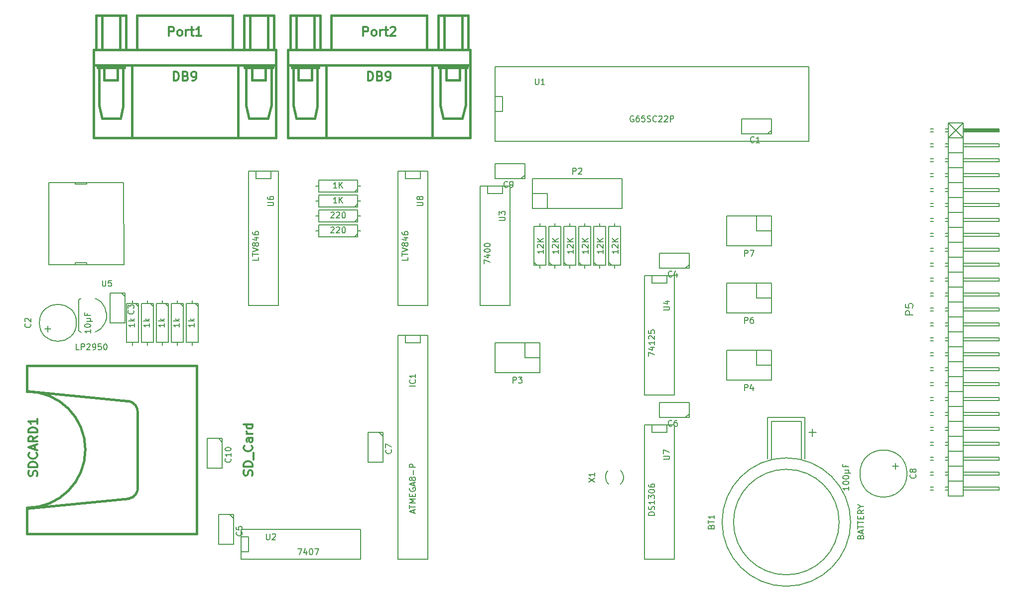
<source format=gbr>
%TF.FileFunction,Legend,Top*%
%FSLAX46Y46*%
G04 Gerber Fmt 4.6, Leading zero omitted, Abs format (unit mm)*
G04 Created by KiCad (PCBNEW (2014-12-04 BZR 5312)-product) date Wed 04 Feb 2015 12:38:23 PM CET*
%MOMM*%
G01*
G04 APERTURE LIST*
%ADD10C,0.100000*%
%ADD11C,0.150000*%
%ADD12C,0.127000*%
%ADD13C,0.381000*%
%ADD14C,0.203200*%
%ADD15C,0.304800*%
G04 APERTURE END LIST*
D10*
D11*
X216789000Y-65659000D02*
X216281000Y-65659000D01*
X216789000Y-65151000D02*
X216281000Y-65151000D01*
X216789000Y-82931000D02*
X216281000Y-82931000D01*
X216789000Y-83439000D02*
X216281000Y-83439000D01*
X216789000Y-85471000D02*
X216281000Y-85471000D01*
X216789000Y-85979000D02*
X216281000Y-85979000D01*
X216789000Y-80899000D02*
X216281000Y-80899000D01*
X216789000Y-80391000D02*
X216281000Y-80391000D01*
X216789000Y-78359000D02*
X216281000Y-78359000D01*
X216789000Y-77851000D02*
X216281000Y-77851000D01*
X216789000Y-67691000D02*
X216281000Y-67691000D01*
X216789000Y-68199000D02*
X216281000Y-68199000D01*
X216789000Y-70231000D02*
X216281000Y-70231000D01*
X216789000Y-70739000D02*
X216281000Y-70739000D01*
X216789000Y-75819000D02*
X216281000Y-75819000D01*
X216789000Y-75311000D02*
X216281000Y-75311000D01*
X216789000Y-73279000D02*
X216281000Y-73279000D01*
X216789000Y-72771000D02*
X216281000Y-72771000D01*
X216789000Y-113411000D02*
X216281000Y-113411000D01*
X216789000Y-113919000D02*
X216281000Y-113919000D01*
X216789000Y-115951000D02*
X216281000Y-115951000D01*
X216789000Y-116459000D02*
X216281000Y-116459000D01*
X216789000Y-111379000D02*
X216281000Y-111379000D01*
X216789000Y-110871000D02*
X216281000Y-110871000D01*
X216789000Y-108839000D02*
X216281000Y-108839000D01*
X216789000Y-108331000D02*
X216281000Y-108331000D01*
X216789000Y-118491000D02*
X216281000Y-118491000D01*
X216789000Y-118999000D02*
X216281000Y-118999000D01*
X216789000Y-121031000D02*
X216281000Y-121031000D01*
X216789000Y-121539000D02*
X216281000Y-121539000D01*
X216789000Y-126619000D02*
X216281000Y-126619000D01*
X216789000Y-126111000D02*
X216281000Y-126111000D01*
X216789000Y-124079000D02*
X216281000Y-124079000D01*
X216789000Y-123571000D02*
X216281000Y-123571000D01*
X216789000Y-103251000D02*
X216281000Y-103251000D01*
X216789000Y-103759000D02*
X216281000Y-103759000D01*
X216789000Y-105791000D02*
X216281000Y-105791000D01*
X216789000Y-106299000D02*
X216281000Y-106299000D01*
X216789000Y-101219000D02*
X216281000Y-101219000D01*
X216789000Y-100711000D02*
X216281000Y-100711000D01*
X216789000Y-98679000D02*
X216281000Y-98679000D01*
X216789000Y-98171000D02*
X216281000Y-98171000D01*
X216789000Y-88011000D02*
X216281000Y-88011000D01*
X216789000Y-88519000D02*
X216281000Y-88519000D01*
X216789000Y-90551000D02*
X216281000Y-90551000D01*
X216789000Y-91059000D02*
X216281000Y-91059000D01*
X216789000Y-96139000D02*
X216281000Y-96139000D01*
X216789000Y-95631000D02*
X216281000Y-95631000D01*
X216789000Y-93599000D02*
X216281000Y-93599000D01*
X216789000Y-93091000D02*
X216281000Y-93091000D01*
X219329000Y-110871000D02*
X218821000Y-110871000D01*
X219329000Y-111379000D02*
X218821000Y-111379000D01*
X219329000Y-113411000D02*
X218821000Y-113411000D01*
X219329000Y-113919000D02*
X218821000Y-113919000D01*
X219329000Y-108839000D02*
X218821000Y-108839000D01*
X219329000Y-108331000D02*
X218821000Y-108331000D01*
X219329000Y-106299000D02*
X218821000Y-106299000D01*
X219329000Y-105791000D02*
X218821000Y-105791000D01*
X219329000Y-115951000D02*
X218821000Y-115951000D01*
X219329000Y-116459000D02*
X218821000Y-116459000D01*
X219329000Y-118491000D02*
X218821000Y-118491000D01*
X219329000Y-118999000D02*
X218821000Y-118999000D01*
X219329000Y-124079000D02*
X218821000Y-124079000D01*
X219329000Y-123571000D02*
X218821000Y-123571000D01*
X219329000Y-121539000D02*
X218821000Y-121539000D01*
X219329000Y-121031000D02*
X218821000Y-121031000D01*
X219329000Y-126111000D02*
X218821000Y-126111000D01*
X219329000Y-126619000D02*
X218821000Y-126619000D01*
X219329000Y-90551000D02*
X218821000Y-90551000D01*
X219329000Y-91059000D02*
X218821000Y-91059000D01*
X219329000Y-93091000D02*
X218821000Y-93091000D01*
X219329000Y-93599000D02*
X218821000Y-93599000D01*
X219329000Y-88519000D02*
X218821000Y-88519000D01*
X219329000Y-88011000D02*
X218821000Y-88011000D01*
X219329000Y-85979000D02*
X218821000Y-85979000D01*
X219329000Y-85471000D02*
X218821000Y-85471000D01*
X219329000Y-95631000D02*
X218821000Y-95631000D01*
X219329000Y-96139000D02*
X218821000Y-96139000D01*
X219329000Y-98171000D02*
X218821000Y-98171000D01*
X219329000Y-98679000D02*
X218821000Y-98679000D01*
X219329000Y-103759000D02*
X218821000Y-103759000D01*
X219329000Y-103251000D02*
X218821000Y-103251000D01*
X219329000Y-101219000D02*
X218821000Y-101219000D01*
X219329000Y-100711000D02*
X218821000Y-100711000D01*
X219329000Y-80391000D02*
X218821000Y-80391000D01*
X219329000Y-80899000D02*
X218821000Y-80899000D01*
X219329000Y-82931000D02*
X218821000Y-82931000D01*
X219329000Y-83439000D02*
X218821000Y-83439000D01*
X219329000Y-78359000D02*
X218821000Y-78359000D01*
X219329000Y-77851000D02*
X218821000Y-77851000D01*
X219329000Y-75819000D02*
X218821000Y-75819000D01*
X219329000Y-75311000D02*
X218821000Y-75311000D01*
X219329000Y-65151000D02*
X218821000Y-65151000D01*
X219329000Y-65659000D02*
X218821000Y-65659000D01*
X219329000Y-67691000D02*
X218821000Y-67691000D01*
X219329000Y-68199000D02*
X218821000Y-68199000D01*
X219329000Y-73279000D02*
X218821000Y-73279000D01*
X219329000Y-72771000D02*
X218821000Y-72771000D01*
X219329000Y-70739000D02*
X218821000Y-70739000D01*
X219329000Y-70231000D02*
X218821000Y-70231000D01*
X219329000Y-64135000D02*
X221869000Y-66675000D01*
X221869000Y-64135000D02*
X219329000Y-66675000D01*
X221869000Y-65278000D02*
X227838000Y-65278000D01*
X227838000Y-65278000D02*
X227838000Y-65532000D01*
X227838000Y-65532000D02*
X221996000Y-65532000D01*
X221996000Y-65532000D02*
X221996000Y-65405000D01*
X221996000Y-65405000D02*
X227838000Y-65405000D01*
X219329000Y-104775000D02*
X221869000Y-104775000D01*
X219329000Y-104775000D02*
X219329000Y-107315000D01*
X219329000Y-107315000D02*
X221869000Y-107315000D01*
X221869000Y-105791000D02*
X227965000Y-105791000D01*
X227965000Y-105791000D02*
X227965000Y-106299000D01*
X227965000Y-106299000D02*
X221869000Y-106299000D01*
X221869000Y-107315000D02*
X221869000Y-104775000D01*
X221869000Y-109855000D02*
X221869000Y-107315000D01*
X227965000Y-108839000D02*
X221869000Y-108839000D01*
X227965000Y-108331000D02*
X227965000Y-108839000D01*
X221869000Y-108331000D02*
X227965000Y-108331000D01*
X219329000Y-109855000D02*
X221869000Y-109855000D01*
X219329000Y-107315000D02*
X219329000Y-109855000D01*
X219329000Y-107315000D02*
X221869000Y-107315000D01*
X219329000Y-112395000D02*
X221869000Y-112395000D01*
X219329000Y-112395000D02*
X219329000Y-114935000D01*
X219329000Y-114935000D02*
X221869000Y-114935000D01*
X221869000Y-113411000D02*
X227965000Y-113411000D01*
X227965000Y-113411000D02*
X227965000Y-113919000D01*
X227965000Y-113919000D02*
X221869000Y-113919000D01*
X221869000Y-114935000D02*
X221869000Y-112395000D01*
X221869000Y-112395000D02*
X221869000Y-109855000D01*
X227965000Y-111379000D02*
X221869000Y-111379000D01*
X227965000Y-110871000D02*
X227965000Y-111379000D01*
X221869000Y-110871000D02*
X227965000Y-110871000D01*
X219329000Y-112395000D02*
X221869000Y-112395000D01*
X219329000Y-109855000D02*
X219329000Y-112395000D01*
X219329000Y-109855000D02*
X221869000Y-109855000D01*
X219329000Y-120015000D02*
X221869000Y-120015000D01*
X219329000Y-120015000D02*
X219329000Y-122555000D01*
X219329000Y-122555000D02*
X221869000Y-122555000D01*
X221869000Y-121031000D02*
X227965000Y-121031000D01*
X227965000Y-121031000D02*
X227965000Y-121539000D01*
X227965000Y-121539000D02*
X221869000Y-121539000D01*
X221869000Y-122555000D02*
X221869000Y-120015000D01*
X221869000Y-125095000D02*
X221869000Y-122555000D01*
X227965000Y-124079000D02*
X221869000Y-124079000D01*
X227965000Y-123571000D02*
X227965000Y-124079000D01*
X221869000Y-123571000D02*
X227965000Y-123571000D01*
X219329000Y-125095000D02*
X221869000Y-125095000D01*
X219329000Y-122555000D02*
X219329000Y-125095000D01*
X219329000Y-122555000D02*
X221869000Y-122555000D01*
X219329000Y-117475000D02*
X221869000Y-117475000D01*
X219329000Y-117475000D02*
X219329000Y-120015000D01*
X219329000Y-120015000D02*
X221869000Y-120015000D01*
X221869000Y-118491000D02*
X227965000Y-118491000D01*
X227965000Y-118491000D02*
X227965000Y-118999000D01*
X227965000Y-118999000D02*
X221869000Y-118999000D01*
X221869000Y-120015000D02*
X221869000Y-117475000D01*
X221869000Y-117475000D02*
X221869000Y-114935000D01*
X227965000Y-116459000D02*
X221869000Y-116459000D01*
X227965000Y-115951000D02*
X227965000Y-116459000D01*
X221869000Y-115951000D02*
X227965000Y-115951000D01*
X219329000Y-117475000D02*
X221869000Y-117475000D01*
X219329000Y-114935000D02*
X219329000Y-117475000D01*
X219329000Y-114935000D02*
X221869000Y-114935000D01*
X221869000Y-127635000D02*
X221869000Y-125095000D01*
X227965000Y-126619000D02*
X221869000Y-126619000D01*
X227965000Y-126111000D02*
X227965000Y-126619000D01*
X221869000Y-126111000D02*
X227965000Y-126111000D01*
X219329000Y-127635000D02*
X221869000Y-127635000D01*
X219329000Y-125095000D02*
X219329000Y-127635000D01*
X219329000Y-125095000D02*
X221869000Y-125095000D01*
X219329000Y-84455000D02*
X221869000Y-84455000D01*
X219329000Y-84455000D02*
X219329000Y-86995000D01*
X219329000Y-86995000D02*
X221869000Y-86995000D01*
X221869000Y-85471000D02*
X227965000Y-85471000D01*
X227965000Y-85471000D02*
X227965000Y-85979000D01*
X227965000Y-85979000D02*
X221869000Y-85979000D01*
X221869000Y-86995000D02*
X221869000Y-84455000D01*
X221869000Y-89535000D02*
X221869000Y-86995000D01*
X227965000Y-88519000D02*
X221869000Y-88519000D01*
X227965000Y-88011000D02*
X227965000Y-88519000D01*
X221869000Y-88011000D02*
X227965000Y-88011000D01*
X219329000Y-89535000D02*
X221869000Y-89535000D01*
X219329000Y-86995000D02*
X219329000Y-89535000D01*
X219329000Y-86995000D02*
X221869000Y-86995000D01*
X219329000Y-92075000D02*
X221869000Y-92075000D01*
X219329000Y-92075000D02*
X219329000Y-94615000D01*
X219329000Y-94615000D02*
X221869000Y-94615000D01*
X221869000Y-93091000D02*
X227965000Y-93091000D01*
X227965000Y-93091000D02*
X227965000Y-93599000D01*
X227965000Y-93599000D02*
X221869000Y-93599000D01*
X221869000Y-94615000D02*
X221869000Y-92075000D01*
X221869000Y-92075000D02*
X221869000Y-89535000D01*
X227965000Y-91059000D02*
X221869000Y-91059000D01*
X227965000Y-90551000D02*
X227965000Y-91059000D01*
X221869000Y-90551000D02*
X227965000Y-90551000D01*
X219329000Y-92075000D02*
X221869000Y-92075000D01*
X219329000Y-89535000D02*
X219329000Y-92075000D01*
X219329000Y-89535000D02*
X221869000Y-89535000D01*
X219329000Y-99695000D02*
X221869000Y-99695000D01*
X219329000Y-99695000D02*
X219329000Y-102235000D01*
X219329000Y-102235000D02*
X221869000Y-102235000D01*
X221869000Y-100711000D02*
X227965000Y-100711000D01*
X227965000Y-100711000D02*
X227965000Y-101219000D01*
X227965000Y-101219000D02*
X221869000Y-101219000D01*
X221869000Y-102235000D02*
X221869000Y-99695000D01*
X221869000Y-104775000D02*
X221869000Y-102235000D01*
X227965000Y-103759000D02*
X221869000Y-103759000D01*
X227965000Y-103251000D02*
X227965000Y-103759000D01*
X221869000Y-103251000D02*
X227965000Y-103251000D01*
X219329000Y-104775000D02*
X221869000Y-104775000D01*
X219329000Y-102235000D02*
X219329000Y-104775000D01*
X219329000Y-102235000D02*
X221869000Y-102235000D01*
X219329000Y-97155000D02*
X221869000Y-97155000D01*
X219329000Y-97155000D02*
X219329000Y-99695000D01*
X219329000Y-99695000D02*
X221869000Y-99695000D01*
X221869000Y-98171000D02*
X227965000Y-98171000D01*
X227965000Y-98171000D02*
X227965000Y-98679000D01*
X227965000Y-98679000D02*
X221869000Y-98679000D01*
X221869000Y-99695000D02*
X221869000Y-97155000D01*
X221869000Y-97155000D02*
X221869000Y-94615000D01*
X227965000Y-96139000D02*
X221869000Y-96139000D01*
X227965000Y-95631000D02*
X227965000Y-96139000D01*
X221869000Y-95631000D02*
X227965000Y-95631000D01*
X219329000Y-97155000D02*
X221869000Y-97155000D01*
X219329000Y-94615000D02*
X219329000Y-97155000D01*
X219329000Y-94615000D02*
X221869000Y-94615000D01*
X219329000Y-74295000D02*
X221869000Y-74295000D01*
X219329000Y-74295000D02*
X219329000Y-76835000D01*
X219329000Y-76835000D02*
X221869000Y-76835000D01*
X221869000Y-75311000D02*
X227965000Y-75311000D01*
X227965000Y-75311000D02*
X227965000Y-75819000D01*
X227965000Y-75819000D02*
X221869000Y-75819000D01*
X221869000Y-76835000D02*
X221869000Y-74295000D01*
X221869000Y-79375000D02*
X221869000Y-76835000D01*
X227965000Y-78359000D02*
X221869000Y-78359000D01*
X227965000Y-77851000D02*
X227965000Y-78359000D01*
X221869000Y-77851000D02*
X227965000Y-77851000D01*
X219329000Y-79375000D02*
X221869000Y-79375000D01*
X219329000Y-76835000D02*
X219329000Y-79375000D01*
X219329000Y-76835000D02*
X221869000Y-76835000D01*
X219329000Y-81915000D02*
X221869000Y-81915000D01*
X219329000Y-81915000D02*
X219329000Y-84455000D01*
X219329000Y-84455000D02*
X221869000Y-84455000D01*
X221869000Y-82931000D02*
X227965000Y-82931000D01*
X227965000Y-82931000D02*
X227965000Y-83439000D01*
X227965000Y-83439000D02*
X221869000Y-83439000D01*
X221869000Y-84455000D02*
X221869000Y-81915000D01*
X221869000Y-81915000D02*
X221869000Y-79375000D01*
X227965000Y-80899000D02*
X221869000Y-80899000D01*
X227965000Y-80391000D02*
X227965000Y-80899000D01*
X221869000Y-80391000D02*
X227965000Y-80391000D01*
X219329000Y-81915000D02*
X221869000Y-81915000D01*
X219329000Y-79375000D02*
X219329000Y-81915000D01*
X219329000Y-79375000D02*
X221869000Y-79375000D01*
X219329000Y-69215000D02*
X221869000Y-69215000D01*
X219329000Y-69215000D02*
X219329000Y-71755000D01*
X219329000Y-71755000D02*
X221869000Y-71755000D01*
X221869000Y-70231000D02*
X227965000Y-70231000D01*
X227965000Y-70231000D02*
X227965000Y-70739000D01*
X227965000Y-70739000D02*
X221869000Y-70739000D01*
X221869000Y-71755000D02*
X221869000Y-69215000D01*
X221869000Y-74295000D02*
X221869000Y-71755000D01*
X227965000Y-73279000D02*
X221869000Y-73279000D01*
X227965000Y-72771000D02*
X227965000Y-73279000D01*
X221869000Y-72771000D02*
X227965000Y-72771000D01*
X219329000Y-74295000D02*
X221869000Y-74295000D01*
X219329000Y-71755000D02*
X219329000Y-74295000D01*
X219329000Y-71755000D02*
X221869000Y-71755000D01*
X219329000Y-66675000D02*
X221869000Y-66675000D01*
X219329000Y-66675000D02*
X219329000Y-69215000D01*
X219329000Y-69215000D02*
X221869000Y-69215000D01*
X221869000Y-67691000D02*
X227965000Y-67691000D01*
X227965000Y-67691000D02*
X227965000Y-68199000D01*
X227965000Y-68199000D02*
X221869000Y-68199000D01*
X221869000Y-69215000D02*
X221869000Y-66675000D01*
X221869000Y-66675000D02*
X221869000Y-64135000D01*
X227965000Y-65659000D02*
X221869000Y-65659000D01*
X227965000Y-65151000D02*
X227965000Y-65659000D01*
X221869000Y-65151000D02*
X227965000Y-65151000D01*
X219329000Y-66675000D02*
X221869000Y-66675000D01*
X219329000Y-64135000D02*
X219329000Y-66675000D01*
X219329000Y-64135000D02*
X221869000Y-64135000D01*
X195580000Y-116840000D02*
X196850000Y-116840000D01*
X196215000Y-117475000D02*
X196215000Y-116205000D01*
X189230000Y-121285000D02*
X189230000Y-114935000D01*
X189230000Y-114935000D02*
X194310000Y-114935000D01*
X194310000Y-114935000D02*
X194310000Y-121285000D01*
X188595000Y-114935000D02*
X188595000Y-114300000D01*
X188595000Y-114300000D02*
X194945000Y-114300000D01*
X194945000Y-114300000D02*
X194945000Y-114935000D01*
X188595000Y-116205000D02*
X188595000Y-114935000D01*
X194945000Y-114935000D02*
X194945000Y-121285000D01*
X188595000Y-121285000D02*
X188595000Y-116205000D01*
X200750256Y-132080000D02*
G75*
G03X200750256Y-132080000I-8980256J0D01*
G01*
X202694953Y-132080000D02*
G75*
G03X202694953Y-132080000I-10924953J0D01*
G01*
X189179200Y-66040000D02*
X184150000Y-66040000D01*
X184150000Y-66040000D02*
X184150000Y-63500000D01*
X184150000Y-63500000D02*
X189230000Y-63500000D01*
X189230000Y-63500000D02*
X189230000Y-66040000D01*
X189230000Y-65405000D02*
X188595000Y-66040000D01*
X65745360Y-99171760D02*
X66746120Y-99171760D01*
X66245740Y-99672140D02*
X66245740Y-98671380D01*
X71094600Y-98171000D02*
G75*
G03X71094600Y-98171000I-3149600J0D01*
G01*
X79375000Y-93141800D02*
X79375000Y-98171000D01*
X79375000Y-98171000D02*
X76835000Y-98171000D01*
X76835000Y-98171000D02*
X76835000Y-93091000D01*
X76835000Y-93091000D02*
X79375000Y-93091000D01*
X78740000Y-93091000D02*
X79375000Y-93726000D01*
X175209200Y-88900000D02*
X170180000Y-88900000D01*
X170180000Y-88900000D02*
X170180000Y-86360000D01*
X170180000Y-86360000D02*
X175260000Y-86360000D01*
X175260000Y-86360000D02*
X175260000Y-88900000D01*
X175260000Y-88265000D02*
X174625000Y-88900000D01*
X97790000Y-130860800D02*
X97790000Y-135890000D01*
X97790000Y-135890000D02*
X95250000Y-135890000D01*
X95250000Y-135890000D02*
X95250000Y-130810000D01*
X95250000Y-130810000D02*
X97790000Y-130810000D01*
X97155000Y-130810000D02*
X97790000Y-131445000D01*
X175209200Y-114300000D02*
X170180000Y-114300000D01*
X170180000Y-114300000D02*
X170180000Y-111760000D01*
X170180000Y-111760000D02*
X175260000Y-111760000D01*
X175260000Y-111760000D02*
X175260000Y-114300000D01*
X175260000Y-113665000D02*
X174625000Y-114300000D01*
X123190000Y-116890800D02*
X123190000Y-121920000D01*
X123190000Y-121920000D02*
X120650000Y-121920000D01*
X120650000Y-121920000D02*
X120650000Y-116840000D01*
X120650000Y-116840000D02*
X123190000Y-116840000D01*
X122555000Y-116840000D02*
X123190000Y-117475000D01*
X210304380Y-122024140D02*
X210304380Y-123050300D01*
X210855560Y-122549920D02*
X209804000Y-122549920D01*
X212280500Y-123825000D02*
G75*
G03X212280500Y-123825000I-4000500J0D01*
G01*
X147269200Y-73660000D02*
X142240000Y-73660000D01*
X142240000Y-73660000D02*
X142240000Y-71120000D01*
X142240000Y-71120000D02*
X147320000Y-71120000D01*
X147320000Y-71120000D02*
X147320000Y-73660000D01*
X147320000Y-73025000D02*
X146685000Y-73660000D01*
X95885000Y-117906800D02*
X95885000Y-122936000D01*
X95885000Y-122936000D02*
X93345000Y-122936000D01*
X93345000Y-122936000D02*
X93345000Y-117856000D01*
X93345000Y-117856000D02*
X95885000Y-117856000D01*
X95250000Y-117856000D02*
X95885000Y-118491000D01*
X130810000Y-100330000D02*
X130810000Y-138430000D01*
X130810000Y-138430000D02*
X125730000Y-138430000D01*
X125730000Y-138430000D02*
X125730000Y-100330000D01*
X125730000Y-100330000D02*
X130810000Y-100330000D01*
X129540000Y-100330000D02*
X129540000Y-101600000D01*
X129540000Y-101600000D02*
X127000000Y-101600000D01*
X127000000Y-101600000D02*
X127000000Y-100330000D01*
D12*
X66370200Y-74282300D02*
X66370200Y-88277700D01*
X66370200Y-88277700D02*
X70871080Y-88277700D01*
X70871080Y-88277700D02*
X79169260Y-88277700D01*
X79169260Y-88277700D02*
X79118460Y-74282300D01*
X79118460Y-74282300D02*
X72867520Y-74282300D01*
X72867520Y-74282300D02*
X70871080Y-74282300D01*
X70871080Y-74282300D02*
X66370200Y-74282300D01*
X70871080Y-74282300D02*
X70871080Y-74582020D01*
X70871080Y-74582020D02*
X72867520Y-74582020D01*
X72867520Y-74582020D02*
X72867520Y-74282300D01*
X70871080Y-88277700D02*
X70871080Y-87977980D01*
X70871080Y-87977980D02*
X72867520Y-87977980D01*
X72867520Y-87977980D02*
X72867520Y-88229440D01*
D11*
X149860000Y-104140000D02*
X147320000Y-104140000D01*
X147320000Y-104140000D02*
X147320000Y-101600000D01*
X149860000Y-101600000D02*
X142240000Y-101600000D01*
X142240000Y-101600000D02*
X142240000Y-106680000D01*
X142240000Y-106680000D02*
X147320000Y-106680000D01*
X149860000Y-101600000D02*
X149860000Y-104140000D01*
X149860000Y-106680000D02*
X149860000Y-104140000D01*
X147320000Y-106680000D02*
X149860000Y-106680000D01*
X189230000Y-105410000D02*
X186690000Y-105410000D01*
X186690000Y-105410000D02*
X186690000Y-102870000D01*
X189230000Y-102870000D02*
X181610000Y-102870000D01*
X181610000Y-102870000D02*
X181610000Y-107950000D01*
X181610000Y-107950000D02*
X186690000Y-107950000D01*
X189230000Y-102870000D02*
X189230000Y-105410000D01*
X189230000Y-107950000D02*
X189230000Y-105410000D01*
X186690000Y-107950000D02*
X189230000Y-107950000D01*
X189230000Y-93980000D02*
X186690000Y-93980000D01*
X186690000Y-93980000D02*
X186690000Y-91440000D01*
X189230000Y-91440000D02*
X181610000Y-91440000D01*
X181610000Y-91440000D02*
X181610000Y-96520000D01*
X181610000Y-96520000D02*
X186690000Y-96520000D01*
X189230000Y-91440000D02*
X189230000Y-93980000D01*
X189230000Y-96520000D02*
X189230000Y-93980000D01*
X186690000Y-96520000D02*
X189230000Y-96520000D01*
X189230000Y-82550000D02*
X186690000Y-82550000D01*
X186690000Y-82550000D02*
X186690000Y-80010000D01*
X189230000Y-80010000D02*
X181610000Y-80010000D01*
X181610000Y-80010000D02*
X181610000Y-85090000D01*
X181610000Y-85090000D02*
X186690000Y-85090000D01*
X189230000Y-80010000D02*
X189230000Y-82550000D01*
X189230000Y-85090000D02*
X189230000Y-82550000D01*
X186690000Y-85090000D02*
X189230000Y-85090000D01*
X88265000Y-94361000D02*
X88265000Y-94869000D01*
X88265000Y-101981000D02*
X88265000Y-101473000D01*
X88265000Y-101473000D02*
X89281000Y-101473000D01*
X89281000Y-101473000D02*
X89281000Y-94869000D01*
X89281000Y-94869000D02*
X87249000Y-94869000D01*
X87249000Y-94869000D02*
X87249000Y-101473000D01*
X87249000Y-101473000D02*
X88265000Y-101473000D01*
X88773000Y-94869000D02*
X89281000Y-95377000D01*
X85725000Y-94361000D02*
X85725000Y-94869000D01*
X85725000Y-101981000D02*
X85725000Y-101473000D01*
X85725000Y-101473000D02*
X86741000Y-101473000D01*
X86741000Y-101473000D02*
X86741000Y-94869000D01*
X86741000Y-94869000D02*
X84709000Y-94869000D01*
X84709000Y-94869000D02*
X84709000Y-101473000D01*
X84709000Y-101473000D02*
X85725000Y-101473000D01*
X86233000Y-94869000D02*
X86741000Y-95377000D01*
X83185000Y-94361000D02*
X83185000Y-94869000D01*
X83185000Y-101981000D02*
X83185000Y-101473000D01*
X83185000Y-101473000D02*
X84201000Y-101473000D01*
X84201000Y-101473000D02*
X84201000Y-94869000D01*
X84201000Y-94869000D02*
X82169000Y-94869000D01*
X82169000Y-94869000D02*
X82169000Y-101473000D01*
X82169000Y-101473000D02*
X83185000Y-101473000D01*
X83693000Y-94869000D02*
X84201000Y-95377000D01*
X80645000Y-94361000D02*
X80645000Y-94869000D01*
X80645000Y-101981000D02*
X80645000Y-101473000D01*
X80645000Y-101473000D02*
X81661000Y-101473000D01*
X81661000Y-101473000D02*
X81661000Y-94869000D01*
X81661000Y-94869000D02*
X79629000Y-94869000D01*
X79629000Y-94869000D02*
X79629000Y-101473000D01*
X79629000Y-101473000D02*
X80645000Y-101473000D01*
X81153000Y-94869000D02*
X81661000Y-95377000D01*
X90805000Y-94361000D02*
X90805000Y-94869000D01*
X90805000Y-101981000D02*
X90805000Y-101473000D01*
X90805000Y-101473000D02*
X91821000Y-101473000D01*
X91821000Y-101473000D02*
X91821000Y-94869000D01*
X91821000Y-94869000D02*
X89789000Y-94869000D01*
X89789000Y-94869000D02*
X89789000Y-101473000D01*
X89789000Y-101473000D02*
X90805000Y-101473000D01*
X91313000Y-94869000D02*
X91821000Y-95377000D01*
X162560000Y-88900000D02*
X162560000Y-88392000D01*
X162560000Y-81280000D02*
X162560000Y-81788000D01*
X162560000Y-81788000D02*
X161544000Y-81788000D01*
X161544000Y-81788000D02*
X161544000Y-88392000D01*
X161544000Y-88392000D02*
X163576000Y-88392000D01*
X163576000Y-88392000D02*
X163576000Y-81788000D01*
X163576000Y-81788000D02*
X162560000Y-81788000D01*
X162052000Y-88392000D02*
X161544000Y-87884000D01*
X160020000Y-88900000D02*
X160020000Y-88392000D01*
X160020000Y-81280000D02*
X160020000Y-81788000D01*
X160020000Y-81788000D02*
X159004000Y-81788000D01*
X159004000Y-81788000D02*
X159004000Y-88392000D01*
X159004000Y-88392000D02*
X161036000Y-88392000D01*
X161036000Y-88392000D02*
X161036000Y-81788000D01*
X161036000Y-81788000D02*
X160020000Y-81788000D01*
X159512000Y-88392000D02*
X159004000Y-87884000D01*
X152400000Y-88900000D02*
X152400000Y-88392000D01*
X152400000Y-81280000D02*
X152400000Y-81788000D01*
X152400000Y-81788000D02*
X151384000Y-81788000D01*
X151384000Y-81788000D02*
X151384000Y-88392000D01*
X151384000Y-88392000D02*
X153416000Y-88392000D01*
X153416000Y-88392000D02*
X153416000Y-81788000D01*
X153416000Y-81788000D02*
X152400000Y-81788000D01*
X151892000Y-88392000D02*
X151384000Y-87884000D01*
X149860000Y-88900000D02*
X149860000Y-88392000D01*
X149860000Y-81280000D02*
X149860000Y-81788000D01*
X149860000Y-81788000D02*
X148844000Y-81788000D01*
X148844000Y-81788000D02*
X148844000Y-88392000D01*
X148844000Y-88392000D02*
X150876000Y-88392000D01*
X150876000Y-88392000D02*
X150876000Y-81788000D01*
X150876000Y-81788000D02*
X149860000Y-81788000D01*
X149352000Y-88392000D02*
X148844000Y-87884000D01*
X157480000Y-88900000D02*
X157480000Y-88392000D01*
X157480000Y-81280000D02*
X157480000Y-81788000D01*
X157480000Y-81788000D02*
X156464000Y-81788000D01*
X156464000Y-81788000D02*
X156464000Y-88392000D01*
X156464000Y-88392000D02*
X158496000Y-88392000D01*
X158496000Y-88392000D02*
X158496000Y-81788000D01*
X158496000Y-81788000D02*
X157480000Y-81788000D01*
X156972000Y-88392000D02*
X156464000Y-87884000D01*
X154940000Y-88900000D02*
X154940000Y-88392000D01*
X154940000Y-81280000D02*
X154940000Y-81788000D01*
X154940000Y-81788000D02*
X153924000Y-81788000D01*
X153924000Y-81788000D02*
X153924000Y-88392000D01*
X153924000Y-88392000D02*
X155956000Y-88392000D01*
X155956000Y-88392000D02*
X155956000Y-81788000D01*
X155956000Y-81788000D02*
X154940000Y-81788000D01*
X154432000Y-88392000D02*
X153924000Y-87884000D01*
X119380000Y-80010000D02*
X118872000Y-80010000D01*
X111760000Y-80010000D02*
X112268000Y-80010000D01*
X112268000Y-80010000D02*
X112268000Y-81026000D01*
X112268000Y-81026000D02*
X118872000Y-81026000D01*
X118872000Y-81026000D02*
X118872000Y-78994000D01*
X118872000Y-78994000D02*
X112268000Y-78994000D01*
X112268000Y-78994000D02*
X112268000Y-80010000D01*
X118872000Y-80518000D02*
X118364000Y-81026000D01*
X119380000Y-82550000D02*
X118872000Y-82550000D01*
X111760000Y-82550000D02*
X112268000Y-82550000D01*
X112268000Y-82550000D02*
X112268000Y-83566000D01*
X112268000Y-83566000D02*
X118872000Y-83566000D01*
X118872000Y-83566000D02*
X118872000Y-81534000D01*
X118872000Y-81534000D02*
X112268000Y-81534000D01*
X112268000Y-81534000D02*
X112268000Y-82550000D01*
X118872000Y-83058000D02*
X118364000Y-83566000D01*
X119380000Y-74930000D02*
X118872000Y-74930000D01*
X111760000Y-74930000D02*
X112268000Y-74930000D01*
X112268000Y-74930000D02*
X112268000Y-75946000D01*
X112268000Y-75946000D02*
X118872000Y-75946000D01*
X118872000Y-75946000D02*
X118872000Y-73914000D01*
X118872000Y-73914000D02*
X112268000Y-73914000D01*
X112268000Y-73914000D02*
X112268000Y-74930000D01*
X118872000Y-75438000D02*
X118364000Y-75946000D01*
X119380000Y-77470000D02*
X118872000Y-77470000D01*
X111760000Y-77470000D02*
X112268000Y-77470000D01*
X112268000Y-77470000D02*
X112268000Y-78486000D01*
X112268000Y-78486000D02*
X118872000Y-78486000D01*
X118872000Y-78486000D02*
X118872000Y-76454000D01*
X118872000Y-76454000D02*
X112268000Y-76454000D01*
X112268000Y-76454000D02*
X112268000Y-77470000D01*
X118872000Y-77978000D02*
X118364000Y-78486000D01*
X142240000Y-59690000D02*
X143510000Y-59690000D01*
X143510000Y-59690000D02*
X143510000Y-62230000D01*
X143510000Y-62230000D02*
X142240000Y-62230000D01*
X142240000Y-54610000D02*
X195580000Y-54610000D01*
X195580000Y-54610000D02*
X195580000Y-67310000D01*
X195580000Y-67310000D02*
X142240000Y-67310000D01*
X142240000Y-67310000D02*
X142240000Y-54610000D01*
X99060000Y-133350000D02*
X119380000Y-133350000D01*
X119380000Y-138430000D02*
X99060000Y-138430000D01*
X99060000Y-138430000D02*
X99060000Y-133350000D01*
X99060000Y-134620000D02*
X100330000Y-134620000D01*
X100330000Y-134620000D02*
X100330000Y-137160000D01*
X100330000Y-137160000D02*
X99060000Y-137160000D01*
X119380000Y-133350000D02*
X119380000Y-138430000D01*
X144780000Y-74930000D02*
X144780000Y-95250000D01*
X139700000Y-95250000D02*
X139700000Y-74930000D01*
X139700000Y-74930000D02*
X144780000Y-74930000D01*
X143510000Y-74930000D02*
X143510000Y-76200000D01*
X143510000Y-76200000D02*
X140970000Y-76200000D01*
X140970000Y-76200000D02*
X140970000Y-74930000D01*
X144780000Y-95250000D02*
X139700000Y-95250000D01*
X172720000Y-90170000D02*
X172720000Y-110490000D01*
X167640000Y-110490000D02*
X167640000Y-90170000D01*
X167640000Y-90170000D02*
X172720000Y-90170000D01*
X171450000Y-90170000D02*
X171450000Y-91440000D01*
X171450000Y-91440000D02*
X168910000Y-91440000D01*
X168910000Y-91440000D02*
X168910000Y-90170000D01*
X172720000Y-110490000D02*
X167640000Y-110490000D01*
X71501000Y-99568000D02*
X71882000Y-99822000D01*
X74701400Y-94234000D02*
X74231500Y-94030800D01*
X71640700Y-94107000D02*
X71818500Y-94030800D01*
X74650600Y-99555300D02*
X74231500Y-99733100D01*
X76200000Y-96901000D02*
X76200000Y-97409000D01*
X76200000Y-97409000D02*
X76073000Y-97917000D01*
X76073000Y-97917000D02*
X75819000Y-98425000D01*
X75819000Y-98425000D02*
X75565000Y-98806000D01*
X75565000Y-98806000D02*
X75184000Y-99187000D01*
X75184000Y-99187000D02*
X74676000Y-99568000D01*
X74676000Y-94234000D02*
X75311000Y-94615000D01*
X75311000Y-94615000D02*
X75692000Y-95250000D01*
X75692000Y-95250000D02*
X75946000Y-95631000D01*
X75946000Y-95631000D02*
X76073000Y-96139000D01*
X76073000Y-96139000D02*
X76200000Y-96647000D01*
X76200000Y-96647000D02*
X76200000Y-96901000D01*
X71501000Y-94234000D02*
X71755000Y-94107000D01*
X71501000Y-94234000D02*
X71501000Y-99568000D01*
X104140000Y-72390000D02*
X104140000Y-72390000D01*
X104140000Y-72390000D02*
X104140000Y-73660000D01*
X104140000Y-73660000D02*
X101600000Y-73660000D01*
X101600000Y-73660000D02*
X101600000Y-72390000D01*
X105410000Y-72390000D02*
X105410000Y-95250000D01*
X105410000Y-95250000D02*
X100330000Y-95250000D01*
X100330000Y-95250000D02*
X100330000Y-72390000D01*
X100330000Y-72390000D02*
X105410000Y-72390000D01*
X171450000Y-115570000D02*
X171450000Y-115570000D01*
X171450000Y-115570000D02*
X171450000Y-116840000D01*
X171450000Y-116840000D02*
X168910000Y-116840000D01*
X168910000Y-116840000D02*
X168910000Y-115570000D01*
X172720000Y-115570000D02*
X172720000Y-138430000D01*
X172720000Y-138430000D02*
X167640000Y-138430000D01*
X167640000Y-138430000D02*
X167640000Y-115570000D01*
X167640000Y-115570000D02*
X172720000Y-115570000D01*
X129540000Y-72390000D02*
X129540000Y-72390000D01*
X129540000Y-72390000D02*
X129540000Y-73660000D01*
X129540000Y-73660000D02*
X127000000Y-73660000D01*
X127000000Y-73660000D02*
X127000000Y-72390000D01*
X130810000Y-72390000D02*
X130810000Y-95250000D01*
X130810000Y-95250000D02*
X125730000Y-95250000D01*
X125730000Y-95250000D02*
X125730000Y-72390000D01*
X125730000Y-72390000D02*
X130810000Y-72390000D01*
X163710620Y-123410980D02*
X163560760Y-123261120D01*
X161310320Y-125359160D02*
X161559240Y-125610620D01*
X163710620Y-123410980D02*
X163959540Y-123758960D01*
X163959540Y-123758960D02*
X164109400Y-124310140D01*
X164109400Y-124310140D02*
X164109400Y-124708920D01*
X164109400Y-124708920D02*
X163908740Y-125209300D01*
X163908740Y-125209300D02*
X163560760Y-125610620D01*
X161510980Y-123309380D02*
X161259520Y-123609100D01*
X161259520Y-123609100D02*
X161058860Y-124061220D01*
X161058860Y-124061220D02*
X161010600Y-124510800D01*
X161010600Y-124510800D02*
X161109660Y-125011180D01*
X161109660Y-125011180D02*
X161310320Y-125359160D01*
X163830000Y-73660000D02*
X148590000Y-73660000D01*
X151130000Y-78740000D02*
X163830000Y-78740000D01*
X163830000Y-73660000D02*
X163830000Y-78740000D01*
X148590000Y-73660000D02*
X148590000Y-76200000D01*
X148590000Y-78740000D02*
X151130000Y-78740000D01*
X148590000Y-76200000D02*
X151130000Y-76200000D01*
X151130000Y-76200000D02*
X151130000Y-78740000D01*
X148590000Y-78740000D02*
X148590000Y-76200000D01*
D13*
X78994000Y-54737000D02*
X78994000Y-61341000D01*
X78994000Y-61341000D02*
X78613000Y-63373000D01*
X78613000Y-63373000D02*
X75438000Y-63373000D01*
X75438000Y-63373000D02*
X74930000Y-61214000D01*
X74930000Y-61214000D02*
X74930000Y-54737000D01*
X100457000Y-63373000D02*
X99949000Y-61214000D01*
X99949000Y-61214000D02*
X99949000Y-54737000D01*
X104267000Y-54737000D02*
X104267000Y-61087000D01*
X104267000Y-61087000D02*
X103632000Y-63373000D01*
X103632000Y-63373000D02*
X100457000Y-63373000D01*
X74676000Y-54737000D02*
X79248000Y-54737000D01*
X79248000Y-54737000D02*
X79248000Y-54483000D01*
X79248000Y-54483000D02*
X74676000Y-54483000D01*
X74676000Y-54483000D02*
X74676000Y-54737000D01*
X99695000Y-54737000D02*
X104521000Y-54737000D01*
X104521000Y-54737000D02*
X104521000Y-54483000D01*
X104521000Y-54483000D02*
X99695000Y-54483000D01*
X99695000Y-54483000D02*
X99695000Y-54737000D01*
X78105000Y-54356000D02*
X78105000Y-56896000D01*
X78105000Y-56896000D02*
X75819000Y-56896000D01*
X75819000Y-56896000D02*
X75819000Y-54356000D01*
X103251000Y-54356000D02*
X103251000Y-56896000D01*
X103251000Y-56896000D02*
X100965000Y-56896000D01*
X100965000Y-56896000D02*
X100965000Y-54356000D01*
X80518000Y-54356000D02*
X80518000Y-66675000D01*
X98552000Y-54356000D02*
X98552000Y-66675000D01*
X105029000Y-54356000D02*
X74041000Y-54356000D01*
X100584000Y-51689000D02*
X100584000Y-45847000D01*
X103632000Y-51689000D02*
X103632000Y-45847000D01*
X75438000Y-51689000D02*
X75438000Y-45847000D01*
X78486000Y-51689000D02*
X78486000Y-45847000D01*
X79502000Y-51689000D02*
X79502000Y-45847000D01*
X79502000Y-45847000D02*
X74422000Y-45847000D01*
X74422000Y-45847000D02*
X74422000Y-51562000D01*
X104648000Y-51689000D02*
X104648000Y-45847000D01*
X104648000Y-45847000D02*
X99568000Y-45847000D01*
X99568000Y-45847000D02*
X99568000Y-51562000D01*
X97663000Y-51689000D02*
X97663000Y-45847000D01*
X97663000Y-45847000D02*
X81407000Y-45847000D01*
X81407000Y-45847000D02*
X81407000Y-51689000D01*
X105029000Y-51689000D02*
X74041000Y-51689000D01*
X74041000Y-51689000D02*
X74041000Y-66675000D01*
X74041000Y-66675000D02*
X105029000Y-66675000D01*
X105029000Y-66675000D02*
X105029000Y-51689000D01*
X112014000Y-54737000D02*
X112014000Y-61341000D01*
X112014000Y-61341000D02*
X111633000Y-63373000D01*
X111633000Y-63373000D02*
X108458000Y-63373000D01*
X108458000Y-63373000D02*
X107950000Y-61214000D01*
X107950000Y-61214000D02*
X107950000Y-54737000D01*
X133477000Y-63373000D02*
X132969000Y-61214000D01*
X132969000Y-61214000D02*
X132969000Y-54737000D01*
X137287000Y-54737000D02*
X137287000Y-61087000D01*
X137287000Y-61087000D02*
X136652000Y-63373000D01*
X136652000Y-63373000D02*
X133477000Y-63373000D01*
X107696000Y-54737000D02*
X112268000Y-54737000D01*
X112268000Y-54737000D02*
X112268000Y-54483000D01*
X112268000Y-54483000D02*
X107696000Y-54483000D01*
X107696000Y-54483000D02*
X107696000Y-54737000D01*
X132715000Y-54737000D02*
X137541000Y-54737000D01*
X137541000Y-54737000D02*
X137541000Y-54483000D01*
X137541000Y-54483000D02*
X132715000Y-54483000D01*
X132715000Y-54483000D02*
X132715000Y-54737000D01*
X111125000Y-54356000D02*
X111125000Y-56896000D01*
X111125000Y-56896000D02*
X108839000Y-56896000D01*
X108839000Y-56896000D02*
X108839000Y-54356000D01*
X136271000Y-54356000D02*
X136271000Y-56896000D01*
X136271000Y-56896000D02*
X133985000Y-56896000D01*
X133985000Y-56896000D02*
X133985000Y-54356000D01*
X113538000Y-54356000D02*
X113538000Y-66675000D01*
X131572000Y-54356000D02*
X131572000Y-66675000D01*
X138049000Y-54356000D02*
X107061000Y-54356000D01*
X133604000Y-51689000D02*
X133604000Y-45847000D01*
X136652000Y-51689000D02*
X136652000Y-45847000D01*
X108458000Y-51689000D02*
X108458000Y-45847000D01*
X111506000Y-51689000D02*
X111506000Y-45847000D01*
X112522000Y-51689000D02*
X112522000Y-45847000D01*
X112522000Y-45847000D02*
X107442000Y-45847000D01*
X107442000Y-45847000D02*
X107442000Y-51562000D01*
X137668000Y-51689000D02*
X137668000Y-45847000D01*
X137668000Y-45847000D02*
X132588000Y-45847000D01*
X132588000Y-45847000D02*
X132588000Y-51562000D01*
X130683000Y-51689000D02*
X130683000Y-45847000D01*
X130683000Y-45847000D02*
X114427000Y-45847000D01*
X114427000Y-45847000D02*
X114427000Y-51689000D01*
X138049000Y-51689000D02*
X107061000Y-51689000D01*
X107061000Y-51689000D02*
X107061000Y-66675000D01*
X107061000Y-66675000D02*
X138049000Y-66675000D01*
X138049000Y-66675000D02*
X138049000Y-51689000D01*
X62704980Y-109860080D02*
X62704980Y-105460800D01*
X62704980Y-134061200D02*
X62704980Y-129661920D01*
X62704980Y-129661920D02*
G75*
G03X72605900Y-119761000I0J9900920D01*
G01*
X72605900Y-119761000D02*
G75*
G03X62704980Y-109860080I-9900920J0D01*
G01*
X81506060Y-126161800D02*
X81506060Y-113560860D01*
X80004920Y-128061720D02*
X62704980Y-129760980D01*
X80002380Y-128061720D02*
G75*
G03X81506060Y-126161800I-198120J1701800D01*
G01*
X79804260Y-111460280D02*
X62704980Y-109761020D01*
X81506060Y-113558320D02*
G75*
G03X79804260Y-111460280I-1899920J198120D01*
G01*
X62704980Y-105460800D02*
X91506040Y-105460800D01*
X91506040Y-105460800D02*
X91506040Y-134061200D01*
X91506040Y-134061200D02*
X62704980Y-134061200D01*
D14*
X213299524Y-96822381D02*
X212029524Y-96822381D01*
X212029524Y-96338572D01*
X212090000Y-96217619D01*
X212150476Y-96157143D01*
X212271429Y-96096667D01*
X212452857Y-96096667D01*
X212573810Y-96157143D01*
X212634286Y-96217619D01*
X212694762Y-96338572D01*
X212694762Y-96822381D01*
X212029524Y-94947619D02*
X212029524Y-95552381D01*
X212634286Y-95612857D01*
X212573810Y-95552381D01*
X212513333Y-95431429D01*
X212513333Y-95129048D01*
X212573810Y-95008095D01*
X212634286Y-94947619D01*
X212755238Y-94887143D01*
X213057619Y-94887143D01*
X213178571Y-94947619D01*
X213239048Y-95008095D01*
X213299524Y-95129048D01*
X213299524Y-95431429D01*
X213239048Y-95552381D01*
X213178571Y-95612857D01*
D11*
X178998571Y-132865714D02*
X179046190Y-132722857D01*
X179093810Y-132675238D01*
X179189048Y-132627619D01*
X179331905Y-132627619D01*
X179427143Y-132675238D01*
X179474762Y-132722857D01*
X179522381Y-132818095D01*
X179522381Y-133199048D01*
X178522381Y-133199048D01*
X178522381Y-132865714D01*
X178570000Y-132770476D01*
X178617619Y-132722857D01*
X178712857Y-132675238D01*
X178808095Y-132675238D01*
X178903333Y-132722857D01*
X178950952Y-132770476D01*
X178998571Y-132865714D01*
X178998571Y-133199048D01*
X178522381Y-132341905D02*
X178522381Y-131770476D01*
X179522381Y-132056191D02*
X178522381Y-132056191D01*
X179522381Y-130913333D02*
X179522381Y-131484762D01*
X179522381Y-131199048D02*
X178522381Y-131199048D01*
X178665238Y-131294286D01*
X178760476Y-131389524D01*
X178808095Y-131484762D01*
X204398571Y-134580000D02*
X204446190Y-134437143D01*
X204493810Y-134389524D01*
X204589048Y-134341905D01*
X204731905Y-134341905D01*
X204827143Y-134389524D01*
X204874762Y-134437143D01*
X204922381Y-134532381D01*
X204922381Y-134913334D01*
X203922381Y-134913334D01*
X203922381Y-134580000D01*
X203970000Y-134484762D01*
X204017619Y-134437143D01*
X204112857Y-134389524D01*
X204208095Y-134389524D01*
X204303333Y-134437143D01*
X204350952Y-134484762D01*
X204398571Y-134580000D01*
X204398571Y-134913334D01*
X204636667Y-133960953D02*
X204636667Y-133484762D01*
X204922381Y-134056191D02*
X203922381Y-133722858D01*
X204922381Y-133389524D01*
X203922381Y-133199048D02*
X203922381Y-132627619D01*
X204922381Y-132913334D02*
X203922381Y-132913334D01*
X203922381Y-132437143D02*
X203922381Y-131865714D01*
X204922381Y-132151429D02*
X203922381Y-132151429D01*
X204398571Y-131532381D02*
X204398571Y-131199047D01*
X204922381Y-131056190D02*
X204922381Y-131532381D01*
X203922381Y-131532381D01*
X203922381Y-131056190D01*
X204922381Y-130056190D02*
X204446190Y-130389524D01*
X204922381Y-130627619D02*
X203922381Y-130627619D01*
X203922381Y-130246666D01*
X203970000Y-130151428D01*
X204017619Y-130103809D01*
X204112857Y-130056190D01*
X204255714Y-130056190D01*
X204350952Y-130103809D01*
X204398571Y-130151428D01*
X204446190Y-130246666D01*
X204446190Y-130627619D01*
X204446190Y-129437143D02*
X204922381Y-129437143D01*
X203922381Y-129770476D02*
X204446190Y-129437143D01*
X203922381Y-129103809D01*
X186269334Y-67413143D02*
X186221715Y-67460762D01*
X186078858Y-67508381D01*
X185983620Y-67508381D01*
X185840762Y-67460762D01*
X185745524Y-67365524D01*
X185697905Y-67270286D01*
X185650286Y-67079810D01*
X185650286Y-66936952D01*
X185697905Y-66746476D01*
X185745524Y-66651238D01*
X185840762Y-66556000D01*
X185983620Y-66508381D01*
X186078858Y-66508381D01*
X186221715Y-66556000D01*
X186269334Y-66603619D01*
X187221715Y-67508381D02*
X186650286Y-67508381D01*
X186936000Y-67508381D02*
X186936000Y-66508381D01*
X186840762Y-66651238D01*
X186745524Y-66746476D01*
X186650286Y-66794095D01*
X63222143Y-98337666D02*
X63269762Y-98385285D01*
X63317381Y-98528142D01*
X63317381Y-98623380D01*
X63269762Y-98766238D01*
X63174524Y-98861476D01*
X63079286Y-98909095D01*
X62888810Y-98956714D01*
X62745952Y-98956714D01*
X62555476Y-98909095D01*
X62460238Y-98861476D01*
X62365000Y-98766238D01*
X62317381Y-98623380D01*
X62317381Y-98528142D01*
X62365000Y-98385285D01*
X62412619Y-98337666D01*
X62412619Y-97956714D02*
X62365000Y-97909095D01*
X62317381Y-97813857D01*
X62317381Y-97575761D01*
X62365000Y-97480523D01*
X62412619Y-97432904D01*
X62507857Y-97385285D01*
X62603095Y-97385285D01*
X62745952Y-97432904D01*
X63317381Y-98004333D01*
X63317381Y-97385285D01*
X73477381Y-99313857D02*
X73477381Y-99885286D01*
X73477381Y-99599572D02*
X72477381Y-99599572D01*
X72620238Y-99694810D01*
X72715476Y-99790048D01*
X72763095Y-99885286D01*
X72477381Y-98694810D02*
X72477381Y-98599571D01*
X72525000Y-98504333D01*
X72572619Y-98456714D01*
X72667857Y-98409095D01*
X72858333Y-98361476D01*
X73096429Y-98361476D01*
X73286905Y-98409095D01*
X73382143Y-98456714D01*
X73429762Y-98504333D01*
X73477381Y-98599571D01*
X73477381Y-98694810D01*
X73429762Y-98790048D01*
X73382143Y-98837667D01*
X73286905Y-98885286D01*
X73096429Y-98932905D01*
X72858333Y-98932905D01*
X72667857Y-98885286D01*
X72572619Y-98837667D01*
X72525000Y-98790048D01*
X72477381Y-98694810D01*
X72810714Y-97932905D02*
X73810714Y-97932905D01*
X73334524Y-97456714D02*
X73429762Y-97409095D01*
X73477381Y-97313857D01*
X73334524Y-97932905D02*
X73429762Y-97885286D01*
X73477381Y-97790048D01*
X73477381Y-97599571D01*
X73429762Y-97504333D01*
X73334524Y-97456714D01*
X72810714Y-97456714D01*
X72953571Y-96551952D02*
X72953571Y-96885286D01*
X73477381Y-96885286D02*
X72477381Y-96885286D01*
X72477381Y-96409095D01*
X80748143Y-96051666D02*
X80795762Y-96099285D01*
X80843381Y-96242142D01*
X80843381Y-96337380D01*
X80795762Y-96480238D01*
X80700524Y-96575476D01*
X80605286Y-96623095D01*
X80414810Y-96670714D01*
X80271952Y-96670714D01*
X80081476Y-96623095D01*
X79986238Y-96575476D01*
X79891000Y-96480238D01*
X79843381Y-96337380D01*
X79843381Y-96242142D01*
X79891000Y-96099285D01*
X79938619Y-96051666D01*
X79843381Y-95718333D02*
X79843381Y-95099285D01*
X80224333Y-95432619D01*
X80224333Y-95289761D01*
X80271952Y-95194523D01*
X80319571Y-95146904D01*
X80414810Y-95099285D01*
X80652905Y-95099285D01*
X80748143Y-95146904D01*
X80795762Y-95194523D01*
X80843381Y-95289761D01*
X80843381Y-95575476D01*
X80795762Y-95670714D01*
X80748143Y-95718333D01*
X172299334Y-90273143D02*
X172251715Y-90320762D01*
X172108858Y-90368381D01*
X172013620Y-90368381D01*
X171870762Y-90320762D01*
X171775524Y-90225524D01*
X171727905Y-90130286D01*
X171680286Y-89939810D01*
X171680286Y-89796952D01*
X171727905Y-89606476D01*
X171775524Y-89511238D01*
X171870762Y-89416000D01*
X172013620Y-89368381D01*
X172108858Y-89368381D01*
X172251715Y-89416000D01*
X172299334Y-89463619D01*
X173156477Y-89701714D02*
X173156477Y-90368381D01*
X172918381Y-89320762D02*
X172680286Y-90035048D01*
X173299334Y-90035048D01*
X99163143Y-133770666D02*
X99210762Y-133818285D01*
X99258381Y-133961142D01*
X99258381Y-134056380D01*
X99210762Y-134199238D01*
X99115524Y-134294476D01*
X99020286Y-134342095D01*
X98829810Y-134389714D01*
X98686952Y-134389714D01*
X98496476Y-134342095D01*
X98401238Y-134294476D01*
X98306000Y-134199238D01*
X98258381Y-134056380D01*
X98258381Y-133961142D01*
X98306000Y-133818285D01*
X98353619Y-133770666D01*
X98258381Y-132865904D02*
X98258381Y-133342095D01*
X98734571Y-133389714D01*
X98686952Y-133342095D01*
X98639333Y-133246857D01*
X98639333Y-133008761D01*
X98686952Y-132913523D01*
X98734571Y-132865904D01*
X98829810Y-132818285D01*
X99067905Y-132818285D01*
X99163143Y-132865904D01*
X99210762Y-132913523D01*
X99258381Y-133008761D01*
X99258381Y-133246857D01*
X99210762Y-133342095D01*
X99163143Y-133389714D01*
X172299334Y-115673143D02*
X172251715Y-115720762D01*
X172108858Y-115768381D01*
X172013620Y-115768381D01*
X171870762Y-115720762D01*
X171775524Y-115625524D01*
X171727905Y-115530286D01*
X171680286Y-115339810D01*
X171680286Y-115196952D01*
X171727905Y-115006476D01*
X171775524Y-114911238D01*
X171870762Y-114816000D01*
X172013620Y-114768381D01*
X172108858Y-114768381D01*
X172251715Y-114816000D01*
X172299334Y-114863619D01*
X173156477Y-114768381D02*
X172966000Y-114768381D01*
X172870762Y-114816000D01*
X172823143Y-114863619D01*
X172727905Y-115006476D01*
X172680286Y-115196952D01*
X172680286Y-115577905D01*
X172727905Y-115673143D01*
X172775524Y-115720762D01*
X172870762Y-115768381D01*
X173061239Y-115768381D01*
X173156477Y-115720762D01*
X173204096Y-115673143D01*
X173251715Y-115577905D01*
X173251715Y-115339810D01*
X173204096Y-115244571D01*
X173156477Y-115196952D01*
X173061239Y-115149333D01*
X172870762Y-115149333D01*
X172775524Y-115196952D01*
X172727905Y-115244571D01*
X172680286Y-115339810D01*
X124563143Y-119800666D02*
X124610762Y-119848285D01*
X124658381Y-119991142D01*
X124658381Y-120086380D01*
X124610762Y-120229238D01*
X124515524Y-120324476D01*
X124420286Y-120372095D01*
X124229810Y-120419714D01*
X124086952Y-120419714D01*
X123896476Y-120372095D01*
X123801238Y-120324476D01*
X123706000Y-120229238D01*
X123658381Y-120086380D01*
X123658381Y-119991142D01*
X123706000Y-119848285D01*
X123753619Y-119800666D01*
X123658381Y-119467333D02*
X123658381Y-118800666D01*
X124658381Y-119229238D01*
X213717143Y-123991666D02*
X213764762Y-124039285D01*
X213812381Y-124182142D01*
X213812381Y-124277380D01*
X213764762Y-124420238D01*
X213669524Y-124515476D01*
X213574286Y-124563095D01*
X213383810Y-124610714D01*
X213240952Y-124610714D01*
X213050476Y-124563095D01*
X212955238Y-124515476D01*
X212860000Y-124420238D01*
X212812381Y-124277380D01*
X212812381Y-124182142D01*
X212860000Y-124039285D01*
X212907619Y-123991666D01*
X213240952Y-123420238D02*
X213193333Y-123515476D01*
X213145714Y-123563095D01*
X213050476Y-123610714D01*
X213002857Y-123610714D01*
X212907619Y-123563095D01*
X212860000Y-123515476D01*
X212812381Y-123420238D01*
X212812381Y-123229761D01*
X212860000Y-123134523D01*
X212907619Y-123086904D01*
X213002857Y-123039285D01*
X213050476Y-123039285D01*
X213145714Y-123086904D01*
X213193333Y-123134523D01*
X213240952Y-123229761D01*
X213240952Y-123420238D01*
X213288571Y-123515476D01*
X213336190Y-123563095D01*
X213431429Y-123610714D01*
X213621905Y-123610714D01*
X213717143Y-123563095D01*
X213764762Y-123515476D01*
X213812381Y-123420238D01*
X213812381Y-123229761D01*
X213764762Y-123134523D01*
X213717143Y-123086904D01*
X213621905Y-123039285D01*
X213431429Y-123039285D01*
X213336190Y-123086904D01*
X213288571Y-123134523D01*
X213240952Y-123229761D01*
X202382381Y-126079047D02*
X202382381Y-126650476D01*
X202382381Y-126364762D02*
X201382381Y-126364762D01*
X201525238Y-126460000D01*
X201620476Y-126555238D01*
X201668095Y-126650476D01*
X201382381Y-125460000D02*
X201382381Y-125364761D01*
X201430000Y-125269523D01*
X201477619Y-125221904D01*
X201572857Y-125174285D01*
X201763333Y-125126666D01*
X202001429Y-125126666D01*
X202191905Y-125174285D01*
X202287143Y-125221904D01*
X202334762Y-125269523D01*
X202382381Y-125364761D01*
X202382381Y-125460000D01*
X202334762Y-125555238D01*
X202287143Y-125602857D01*
X202191905Y-125650476D01*
X202001429Y-125698095D01*
X201763333Y-125698095D01*
X201572857Y-125650476D01*
X201477619Y-125602857D01*
X201430000Y-125555238D01*
X201382381Y-125460000D01*
X201382381Y-124507619D02*
X201382381Y-124412380D01*
X201430000Y-124317142D01*
X201477619Y-124269523D01*
X201572857Y-124221904D01*
X201763333Y-124174285D01*
X202001429Y-124174285D01*
X202191905Y-124221904D01*
X202287143Y-124269523D01*
X202334762Y-124317142D01*
X202382381Y-124412380D01*
X202382381Y-124507619D01*
X202334762Y-124602857D01*
X202287143Y-124650476D01*
X202191905Y-124698095D01*
X202001429Y-124745714D01*
X201763333Y-124745714D01*
X201572857Y-124698095D01*
X201477619Y-124650476D01*
X201430000Y-124602857D01*
X201382381Y-124507619D01*
X201715714Y-123745714D02*
X202715714Y-123745714D01*
X202239524Y-123269523D02*
X202334762Y-123221904D01*
X202382381Y-123126666D01*
X202239524Y-123745714D02*
X202334762Y-123698095D01*
X202382381Y-123602857D01*
X202382381Y-123412380D01*
X202334762Y-123317142D01*
X202239524Y-123269523D01*
X201715714Y-123269523D01*
X201858571Y-122364761D02*
X201858571Y-122698095D01*
X202382381Y-122698095D02*
X201382381Y-122698095D01*
X201382381Y-122221904D01*
X144359334Y-75033143D02*
X144311715Y-75080762D01*
X144168858Y-75128381D01*
X144073620Y-75128381D01*
X143930762Y-75080762D01*
X143835524Y-74985524D01*
X143787905Y-74890286D01*
X143740286Y-74699810D01*
X143740286Y-74556952D01*
X143787905Y-74366476D01*
X143835524Y-74271238D01*
X143930762Y-74176000D01*
X144073620Y-74128381D01*
X144168858Y-74128381D01*
X144311715Y-74176000D01*
X144359334Y-74223619D01*
X144835524Y-75128381D02*
X145026000Y-75128381D01*
X145121239Y-75080762D01*
X145168858Y-75033143D01*
X145264096Y-74890286D01*
X145311715Y-74699810D01*
X145311715Y-74318857D01*
X145264096Y-74223619D01*
X145216477Y-74176000D01*
X145121239Y-74128381D01*
X144930762Y-74128381D01*
X144835524Y-74176000D01*
X144787905Y-74223619D01*
X144740286Y-74318857D01*
X144740286Y-74556952D01*
X144787905Y-74652190D01*
X144835524Y-74699810D01*
X144930762Y-74747429D01*
X145121239Y-74747429D01*
X145216477Y-74699810D01*
X145264096Y-74652190D01*
X145311715Y-74556952D01*
X97258143Y-121292857D02*
X97305762Y-121340476D01*
X97353381Y-121483333D01*
X97353381Y-121578571D01*
X97305762Y-121721429D01*
X97210524Y-121816667D01*
X97115286Y-121864286D01*
X96924810Y-121911905D01*
X96781952Y-121911905D01*
X96591476Y-121864286D01*
X96496238Y-121816667D01*
X96401000Y-121721429D01*
X96353381Y-121578571D01*
X96353381Y-121483333D01*
X96401000Y-121340476D01*
X96448619Y-121292857D01*
X97353381Y-120340476D02*
X97353381Y-120911905D01*
X97353381Y-120626191D02*
X96353381Y-120626191D01*
X96496238Y-120721429D01*
X96591476Y-120816667D01*
X96639095Y-120911905D01*
X96353381Y-119721429D02*
X96353381Y-119626190D01*
X96401000Y-119530952D01*
X96448619Y-119483333D01*
X96543857Y-119435714D01*
X96734333Y-119388095D01*
X96972429Y-119388095D01*
X97162905Y-119435714D01*
X97258143Y-119483333D01*
X97305762Y-119530952D01*
X97353381Y-119626190D01*
X97353381Y-119721429D01*
X97305762Y-119816667D01*
X97258143Y-119864286D01*
X97162905Y-119911905D01*
X96972429Y-119959524D01*
X96734333Y-119959524D01*
X96543857Y-119911905D01*
X96448619Y-119864286D01*
X96401000Y-119816667D01*
X96353381Y-119721429D01*
X128722381Y-108926190D02*
X127722381Y-108926190D01*
X128627143Y-107878571D02*
X128674762Y-107926190D01*
X128722381Y-108069047D01*
X128722381Y-108164285D01*
X128674762Y-108307143D01*
X128579524Y-108402381D01*
X128484286Y-108450000D01*
X128293810Y-108497619D01*
X128150952Y-108497619D01*
X127960476Y-108450000D01*
X127865238Y-108402381D01*
X127770000Y-108307143D01*
X127722381Y-108164285D01*
X127722381Y-108069047D01*
X127770000Y-107926190D01*
X127817619Y-107878571D01*
X128722381Y-106926190D02*
X128722381Y-107497619D01*
X128722381Y-107211905D02*
X127722381Y-107211905D01*
X127865238Y-107307143D01*
X127960476Y-107402381D01*
X128008095Y-107497619D01*
X128436667Y-130531667D02*
X128436667Y-130055476D01*
X128722381Y-130626905D02*
X127722381Y-130293572D01*
X128722381Y-129960238D01*
X127722381Y-129769762D02*
X127722381Y-129198333D01*
X128722381Y-129484048D02*
X127722381Y-129484048D01*
X128722381Y-128865000D02*
X127722381Y-128865000D01*
X128436667Y-128531666D01*
X127722381Y-128198333D01*
X128722381Y-128198333D01*
X128198571Y-127722143D02*
X128198571Y-127388809D01*
X128722381Y-127245952D02*
X128722381Y-127722143D01*
X127722381Y-127722143D01*
X127722381Y-127245952D01*
X127770000Y-126293571D02*
X127722381Y-126388809D01*
X127722381Y-126531666D01*
X127770000Y-126674524D01*
X127865238Y-126769762D01*
X127960476Y-126817381D01*
X128150952Y-126865000D01*
X128293810Y-126865000D01*
X128484286Y-126817381D01*
X128579524Y-126769762D01*
X128674762Y-126674524D01*
X128722381Y-126531666D01*
X128722381Y-126436428D01*
X128674762Y-126293571D01*
X128627143Y-126245952D01*
X128293810Y-126245952D01*
X128293810Y-126436428D01*
X128436667Y-125865000D02*
X128436667Y-125388809D01*
X128722381Y-125960238D02*
X127722381Y-125626905D01*
X128722381Y-125293571D01*
X128150952Y-124817381D02*
X128103333Y-124912619D01*
X128055714Y-124960238D01*
X127960476Y-125007857D01*
X127912857Y-125007857D01*
X127817619Y-124960238D01*
X127770000Y-124912619D01*
X127722381Y-124817381D01*
X127722381Y-124626904D01*
X127770000Y-124531666D01*
X127817619Y-124484047D01*
X127912857Y-124436428D01*
X127960476Y-124436428D01*
X128055714Y-124484047D01*
X128103333Y-124531666D01*
X128150952Y-124626904D01*
X128150952Y-124817381D01*
X128198571Y-124912619D01*
X128246190Y-124960238D01*
X128341429Y-125007857D01*
X128531905Y-125007857D01*
X128627143Y-124960238D01*
X128674762Y-124912619D01*
X128722381Y-124817381D01*
X128722381Y-124626904D01*
X128674762Y-124531666D01*
X128627143Y-124484047D01*
X128531905Y-124436428D01*
X128341429Y-124436428D01*
X128246190Y-124484047D01*
X128198571Y-124531666D01*
X128150952Y-124626904D01*
X128341429Y-124007857D02*
X128341429Y-123245952D01*
X128722381Y-122769762D02*
X127722381Y-122769762D01*
X127722381Y-122388809D01*
X127770000Y-122293571D01*
X127817619Y-122245952D01*
X127912857Y-122198333D01*
X128055714Y-122198333D01*
X128150952Y-122245952D01*
X128198571Y-122293571D01*
X128246190Y-122388809D01*
X128246190Y-122769762D01*
X145311905Y-108402381D02*
X145311905Y-107402381D01*
X145692858Y-107402381D01*
X145788096Y-107450000D01*
X145835715Y-107497619D01*
X145883334Y-107592857D01*
X145883334Y-107735714D01*
X145835715Y-107830952D01*
X145788096Y-107878571D01*
X145692858Y-107926190D01*
X145311905Y-107926190D01*
X146216667Y-107402381D02*
X146835715Y-107402381D01*
X146502381Y-107783333D01*
X146645239Y-107783333D01*
X146740477Y-107830952D01*
X146788096Y-107878571D01*
X146835715Y-107973810D01*
X146835715Y-108211905D01*
X146788096Y-108307143D01*
X146740477Y-108354762D01*
X146645239Y-108402381D01*
X146359524Y-108402381D01*
X146264286Y-108354762D01*
X146216667Y-108307143D01*
X184681905Y-109672381D02*
X184681905Y-108672381D01*
X185062858Y-108672381D01*
X185158096Y-108720000D01*
X185205715Y-108767619D01*
X185253334Y-108862857D01*
X185253334Y-109005714D01*
X185205715Y-109100952D01*
X185158096Y-109148571D01*
X185062858Y-109196190D01*
X184681905Y-109196190D01*
X186110477Y-109005714D02*
X186110477Y-109672381D01*
X185872381Y-108624762D02*
X185634286Y-109339048D01*
X186253334Y-109339048D01*
X184681905Y-98242381D02*
X184681905Y-97242381D01*
X185062858Y-97242381D01*
X185158096Y-97290000D01*
X185205715Y-97337619D01*
X185253334Y-97432857D01*
X185253334Y-97575714D01*
X185205715Y-97670952D01*
X185158096Y-97718571D01*
X185062858Y-97766190D01*
X184681905Y-97766190D01*
X186110477Y-97242381D02*
X185920000Y-97242381D01*
X185824762Y-97290000D01*
X185777143Y-97337619D01*
X185681905Y-97480476D01*
X185634286Y-97670952D01*
X185634286Y-98051905D01*
X185681905Y-98147143D01*
X185729524Y-98194762D01*
X185824762Y-98242381D01*
X186015239Y-98242381D01*
X186110477Y-98194762D01*
X186158096Y-98147143D01*
X186205715Y-98051905D01*
X186205715Y-97813810D01*
X186158096Y-97718571D01*
X186110477Y-97670952D01*
X186015239Y-97623333D01*
X185824762Y-97623333D01*
X185729524Y-97670952D01*
X185681905Y-97718571D01*
X185634286Y-97813810D01*
X184681905Y-86812381D02*
X184681905Y-85812381D01*
X185062858Y-85812381D01*
X185158096Y-85860000D01*
X185205715Y-85907619D01*
X185253334Y-86002857D01*
X185253334Y-86145714D01*
X185205715Y-86240952D01*
X185158096Y-86288571D01*
X185062858Y-86336190D01*
X184681905Y-86336190D01*
X185586667Y-85812381D02*
X186253334Y-85812381D01*
X185824762Y-86812381D01*
X88590381Y-98290047D02*
X88590381Y-98861476D01*
X88590381Y-98575762D02*
X87590381Y-98575762D01*
X87733238Y-98671000D01*
X87828476Y-98766238D01*
X87876095Y-98861476D01*
X88590381Y-97861476D02*
X87590381Y-97861476D01*
X88209429Y-97766238D02*
X88590381Y-97480523D01*
X87923714Y-97480523D02*
X88304667Y-97861476D01*
X86050381Y-98290047D02*
X86050381Y-98861476D01*
X86050381Y-98575762D02*
X85050381Y-98575762D01*
X85193238Y-98671000D01*
X85288476Y-98766238D01*
X85336095Y-98861476D01*
X86050381Y-97861476D02*
X85050381Y-97861476D01*
X85669429Y-97766238D02*
X86050381Y-97480523D01*
X85383714Y-97480523D02*
X85764667Y-97861476D01*
X83510381Y-98290047D02*
X83510381Y-98861476D01*
X83510381Y-98575762D02*
X82510381Y-98575762D01*
X82653238Y-98671000D01*
X82748476Y-98766238D01*
X82796095Y-98861476D01*
X83510381Y-97861476D02*
X82510381Y-97861476D01*
X83129429Y-97766238D02*
X83510381Y-97480523D01*
X82843714Y-97480523D02*
X83224667Y-97861476D01*
X80970381Y-98290047D02*
X80970381Y-98861476D01*
X80970381Y-98575762D02*
X79970381Y-98575762D01*
X80113238Y-98671000D01*
X80208476Y-98766238D01*
X80256095Y-98861476D01*
X80970381Y-97861476D02*
X79970381Y-97861476D01*
X80589429Y-97766238D02*
X80970381Y-97480523D01*
X80303714Y-97480523D02*
X80684667Y-97861476D01*
X91130381Y-98290047D02*
X91130381Y-98861476D01*
X91130381Y-98575762D02*
X90130381Y-98575762D01*
X90273238Y-98671000D01*
X90368476Y-98766238D01*
X90416095Y-98861476D01*
X91130381Y-97861476D02*
X90130381Y-97861476D01*
X90749429Y-97766238D02*
X91130381Y-97480523D01*
X90463714Y-97480523D02*
X90844667Y-97861476D01*
X163139381Y-85780476D02*
X163139381Y-86351905D01*
X163139381Y-86066191D02*
X162139381Y-86066191D01*
X162282238Y-86161429D01*
X162377476Y-86256667D01*
X162425095Y-86351905D01*
X162234619Y-85399524D02*
X162187000Y-85351905D01*
X162139381Y-85256667D01*
X162139381Y-85018571D01*
X162187000Y-84923333D01*
X162234619Y-84875714D01*
X162329857Y-84828095D01*
X162425095Y-84828095D01*
X162567952Y-84875714D01*
X163139381Y-85447143D01*
X163139381Y-84828095D01*
X163139381Y-84399524D02*
X162139381Y-84399524D01*
X163139381Y-83828095D02*
X162567952Y-84256667D01*
X162139381Y-83828095D02*
X162710810Y-84399524D01*
X160599381Y-85780476D02*
X160599381Y-86351905D01*
X160599381Y-86066191D02*
X159599381Y-86066191D01*
X159742238Y-86161429D01*
X159837476Y-86256667D01*
X159885095Y-86351905D01*
X159694619Y-85399524D02*
X159647000Y-85351905D01*
X159599381Y-85256667D01*
X159599381Y-85018571D01*
X159647000Y-84923333D01*
X159694619Y-84875714D01*
X159789857Y-84828095D01*
X159885095Y-84828095D01*
X160027952Y-84875714D01*
X160599381Y-85447143D01*
X160599381Y-84828095D01*
X160599381Y-84399524D02*
X159599381Y-84399524D01*
X160599381Y-83828095D02*
X160027952Y-84256667D01*
X159599381Y-83828095D02*
X160170810Y-84399524D01*
X152979381Y-85780476D02*
X152979381Y-86351905D01*
X152979381Y-86066191D02*
X151979381Y-86066191D01*
X152122238Y-86161429D01*
X152217476Y-86256667D01*
X152265095Y-86351905D01*
X152074619Y-85399524D02*
X152027000Y-85351905D01*
X151979381Y-85256667D01*
X151979381Y-85018571D01*
X152027000Y-84923333D01*
X152074619Y-84875714D01*
X152169857Y-84828095D01*
X152265095Y-84828095D01*
X152407952Y-84875714D01*
X152979381Y-85447143D01*
X152979381Y-84828095D01*
X152979381Y-84399524D02*
X151979381Y-84399524D01*
X152979381Y-83828095D02*
X152407952Y-84256667D01*
X151979381Y-83828095D02*
X152550810Y-84399524D01*
X150439381Y-85780476D02*
X150439381Y-86351905D01*
X150439381Y-86066191D02*
X149439381Y-86066191D01*
X149582238Y-86161429D01*
X149677476Y-86256667D01*
X149725095Y-86351905D01*
X149534619Y-85399524D02*
X149487000Y-85351905D01*
X149439381Y-85256667D01*
X149439381Y-85018571D01*
X149487000Y-84923333D01*
X149534619Y-84875714D01*
X149629857Y-84828095D01*
X149725095Y-84828095D01*
X149867952Y-84875714D01*
X150439381Y-85447143D01*
X150439381Y-84828095D01*
X150439381Y-84399524D02*
X149439381Y-84399524D01*
X150439381Y-83828095D02*
X149867952Y-84256667D01*
X149439381Y-83828095D02*
X150010810Y-84399524D01*
X158059381Y-85780476D02*
X158059381Y-86351905D01*
X158059381Y-86066191D02*
X157059381Y-86066191D01*
X157202238Y-86161429D01*
X157297476Y-86256667D01*
X157345095Y-86351905D01*
X157154619Y-85399524D02*
X157107000Y-85351905D01*
X157059381Y-85256667D01*
X157059381Y-85018571D01*
X157107000Y-84923333D01*
X157154619Y-84875714D01*
X157249857Y-84828095D01*
X157345095Y-84828095D01*
X157487952Y-84875714D01*
X158059381Y-85447143D01*
X158059381Y-84828095D01*
X158059381Y-84399524D02*
X157059381Y-84399524D01*
X158059381Y-83828095D02*
X157487952Y-84256667D01*
X157059381Y-83828095D02*
X157630810Y-84399524D01*
X155519381Y-85780476D02*
X155519381Y-86351905D01*
X155519381Y-86066191D02*
X154519381Y-86066191D01*
X154662238Y-86161429D01*
X154757476Y-86256667D01*
X154805095Y-86351905D01*
X154614619Y-85399524D02*
X154567000Y-85351905D01*
X154519381Y-85256667D01*
X154519381Y-85018571D01*
X154567000Y-84923333D01*
X154614619Y-84875714D01*
X154709857Y-84828095D01*
X154805095Y-84828095D01*
X154947952Y-84875714D01*
X155519381Y-85447143D01*
X155519381Y-84828095D01*
X155519381Y-84399524D02*
X154519381Y-84399524D01*
X155519381Y-83828095D02*
X154947952Y-84256667D01*
X154519381Y-83828095D02*
X155090810Y-84399524D01*
X114331905Y-79430619D02*
X114379524Y-79383000D01*
X114474762Y-79335381D01*
X114712858Y-79335381D01*
X114808096Y-79383000D01*
X114855715Y-79430619D01*
X114903334Y-79525857D01*
X114903334Y-79621095D01*
X114855715Y-79763952D01*
X114284286Y-80335381D01*
X114903334Y-80335381D01*
X115284286Y-79430619D02*
X115331905Y-79383000D01*
X115427143Y-79335381D01*
X115665239Y-79335381D01*
X115760477Y-79383000D01*
X115808096Y-79430619D01*
X115855715Y-79525857D01*
X115855715Y-79621095D01*
X115808096Y-79763952D01*
X115236667Y-80335381D01*
X115855715Y-80335381D01*
X116474762Y-79335381D02*
X116570001Y-79335381D01*
X116665239Y-79383000D01*
X116712858Y-79430619D01*
X116760477Y-79525857D01*
X116808096Y-79716333D01*
X116808096Y-79954429D01*
X116760477Y-80144905D01*
X116712858Y-80240143D01*
X116665239Y-80287762D01*
X116570001Y-80335381D01*
X116474762Y-80335381D01*
X116379524Y-80287762D01*
X116331905Y-80240143D01*
X116284286Y-80144905D01*
X116236667Y-79954429D01*
X116236667Y-79716333D01*
X116284286Y-79525857D01*
X116331905Y-79430619D01*
X116379524Y-79383000D01*
X116474762Y-79335381D01*
X114331905Y-81970619D02*
X114379524Y-81923000D01*
X114474762Y-81875381D01*
X114712858Y-81875381D01*
X114808096Y-81923000D01*
X114855715Y-81970619D01*
X114903334Y-82065857D01*
X114903334Y-82161095D01*
X114855715Y-82303952D01*
X114284286Y-82875381D01*
X114903334Y-82875381D01*
X115284286Y-81970619D02*
X115331905Y-81923000D01*
X115427143Y-81875381D01*
X115665239Y-81875381D01*
X115760477Y-81923000D01*
X115808096Y-81970619D01*
X115855715Y-82065857D01*
X115855715Y-82161095D01*
X115808096Y-82303952D01*
X115236667Y-82875381D01*
X115855715Y-82875381D01*
X116474762Y-81875381D02*
X116570001Y-81875381D01*
X116665239Y-81923000D01*
X116712858Y-81970619D01*
X116760477Y-82065857D01*
X116808096Y-82256333D01*
X116808096Y-82494429D01*
X116760477Y-82684905D01*
X116712858Y-82780143D01*
X116665239Y-82827762D01*
X116570001Y-82875381D01*
X116474762Y-82875381D01*
X116379524Y-82827762D01*
X116331905Y-82780143D01*
X116284286Y-82684905D01*
X116236667Y-82494429D01*
X116236667Y-82256333D01*
X116284286Y-82065857D01*
X116331905Y-81970619D01*
X116379524Y-81923000D01*
X116474762Y-81875381D01*
X115355715Y-75255381D02*
X114784286Y-75255381D01*
X115070000Y-75255381D02*
X115070000Y-74255381D01*
X114974762Y-74398238D01*
X114879524Y-74493476D01*
X114784286Y-74541095D01*
X115784286Y-75255381D02*
X115784286Y-74255381D01*
X116355715Y-75255381D02*
X115927143Y-74683952D01*
X116355715Y-74255381D02*
X115784286Y-74826810D01*
X115355715Y-77795381D02*
X114784286Y-77795381D01*
X115070000Y-77795381D02*
X115070000Y-76795381D01*
X114974762Y-76938238D01*
X114879524Y-77033476D01*
X114784286Y-77081095D01*
X115784286Y-77795381D02*
X115784286Y-76795381D01*
X116355715Y-77795381D02*
X115927143Y-77223952D01*
X116355715Y-76795381D02*
X115784286Y-77366810D01*
X149098095Y-56602381D02*
X149098095Y-57411905D01*
X149145714Y-57507143D01*
X149193333Y-57554762D01*
X149288571Y-57602381D01*
X149479048Y-57602381D01*
X149574286Y-57554762D01*
X149621905Y-57507143D01*
X149669524Y-57411905D01*
X149669524Y-56602381D01*
X150669524Y-57602381D02*
X150098095Y-57602381D01*
X150383809Y-57602381D02*
X150383809Y-56602381D01*
X150288571Y-56745238D01*
X150193333Y-56840476D01*
X150098095Y-56888095D01*
X165790953Y-63000000D02*
X165695715Y-62952381D01*
X165552858Y-62952381D01*
X165410000Y-63000000D01*
X165314762Y-63095238D01*
X165267143Y-63190476D01*
X165219524Y-63380952D01*
X165219524Y-63523810D01*
X165267143Y-63714286D01*
X165314762Y-63809524D01*
X165410000Y-63904762D01*
X165552858Y-63952381D01*
X165648096Y-63952381D01*
X165790953Y-63904762D01*
X165838572Y-63857143D01*
X165838572Y-63523810D01*
X165648096Y-63523810D01*
X166695715Y-62952381D02*
X166505238Y-62952381D01*
X166410000Y-63000000D01*
X166362381Y-63047619D01*
X166267143Y-63190476D01*
X166219524Y-63380952D01*
X166219524Y-63761905D01*
X166267143Y-63857143D01*
X166314762Y-63904762D01*
X166410000Y-63952381D01*
X166600477Y-63952381D01*
X166695715Y-63904762D01*
X166743334Y-63857143D01*
X166790953Y-63761905D01*
X166790953Y-63523810D01*
X166743334Y-63428571D01*
X166695715Y-63380952D01*
X166600477Y-63333333D01*
X166410000Y-63333333D01*
X166314762Y-63380952D01*
X166267143Y-63428571D01*
X166219524Y-63523810D01*
X167695715Y-62952381D02*
X167219524Y-62952381D01*
X167171905Y-63428571D01*
X167219524Y-63380952D01*
X167314762Y-63333333D01*
X167552858Y-63333333D01*
X167648096Y-63380952D01*
X167695715Y-63428571D01*
X167743334Y-63523810D01*
X167743334Y-63761905D01*
X167695715Y-63857143D01*
X167648096Y-63904762D01*
X167552858Y-63952381D01*
X167314762Y-63952381D01*
X167219524Y-63904762D01*
X167171905Y-63857143D01*
X168124286Y-63904762D02*
X168267143Y-63952381D01*
X168505239Y-63952381D01*
X168600477Y-63904762D01*
X168648096Y-63857143D01*
X168695715Y-63761905D01*
X168695715Y-63666667D01*
X168648096Y-63571429D01*
X168600477Y-63523810D01*
X168505239Y-63476190D01*
X168314762Y-63428571D01*
X168219524Y-63380952D01*
X168171905Y-63333333D01*
X168124286Y-63238095D01*
X168124286Y-63142857D01*
X168171905Y-63047619D01*
X168219524Y-63000000D01*
X168314762Y-62952381D01*
X168552858Y-62952381D01*
X168695715Y-63000000D01*
X169695715Y-63857143D02*
X169648096Y-63904762D01*
X169505239Y-63952381D01*
X169410001Y-63952381D01*
X169267143Y-63904762D01*
X169171905Y-63809524D01*
X169124286Y-63714286D01*
X169076667Y-63523810D01*
X169076667Y-63380952D01*
X169124286Y-63190476D01*
X169171905Y-63095238D01*
X169267143Y-63000000D01*
X169410001Y-62952381D01*
X169505239Y-62952381D01*
X169648096Y-63000000D01*
X169695715Y-63047619D01*
X170076667Y-63047619D02*
X170124286Y-63000000D01*
X170219524Y-62952381D01*
X170457620Y-62952381D01*
X170552858Y-63000000D01*
X170600477Y-63047619D01*
X170648096Y-63142857D01*
X170648096Y-63238095D01*
X170600477Y-63380952D01*
X170029048Y-63952381D01*
X170648096Y-63952381D01*
X171029048Y-63047619D02*
X171076667Y-63000000D01*
X171171905Y-62952381D01*
X171410001Y-62952381D01*
X171505239Y-63000000D01*
X171552858Y-63047619D01*
X171600477Y-63142857D01*
X171600477Y-63238095D01*
X171552858Y-63380952D01*
X170981429Y-63952381D01*
X171600477Y-63952381D01*
X172029048Y-63952381D02*
X172029048Y-62952381D01*
X172410001Y-62952381D01*
X172505239Y-63000000D01*
X172552858Y-63047619D01*
X172600477Y-63142857D01*
X172600477Y-63285714D01*
X172552858Y-63380952D01*
X172505239Y-63428571D01*
X172410001Y-63476190D01*
X172029048Y-63476190D01*
X103378095Y-134072381D02*
X103378095Y-134881905D01*
X103425714Y-134977143D01*
X103473333Y-135024762D01*
X103568571Y-135072381D01*
X103759048Y-135072381D01*
X103854286Y-135024762D01*
X103901905Y-134977143D01*
X103949524Y-134881905D01*
X103949524Y-134072381D01*
X104378095Y-134167619D02*
X104425714Y-134120000D01*
X104520952Y-134072381D01*
X104759048Y-134072381D01*
X104854286Y-134120000D01*
X104901905Y-134167619D01*
X104949524Y-134262857D01*
X104949524Y-134358095D01*
X104901905Y-134500952D01*
X104330476Y-135072381D01*
X104949524Y-135072381D01*
X108728095Y-136612381D02*
X109394762Y-136612381D01*
X108966190Y-137612381D01*
X110204286Y-136945714D02*
X110204286Y-137612381D01*
X109966190Y-136564762D02*
X109728095Y-137279048D01*
X110347143Y-137279048D01*
X110918571Y-136612381D02*
X111013810Y-136612381D01*
X111109048Y-136660000D01*
X111156667Y-136707619D01*
X111204286Y-136802857D01*
X111251905Y-136993333D01*
X111251905Y-137231429D01*
X111204286Y-137421905D01*
X111156667Y-137517143D01*
X111109048Y-137564762D01*
X111013810Y-137612381D01*
X110918571Y-137612381D01*
X110823333Y-137564762D01*
X110775714Y-137517143D01*
X110728095Y-137421905D01*
X110680476Y-137231429D01*
X110680476Y-136993333D01*
X110728095Y-136802857D01*
X110775714Y-136707619D01*
X110823333Y-136660000D01*
X110918571Y-136612381D01*
X111585238Y-136612381D02*
X112251905Y-136612381D01*
X111823333Y-137612381D01*
X142962381Y-80771905D02*
X143771905Y-80771905D01*
X143867143Y-80724286D01*
X143914762Y-80676667D01*
X143962381Y-80581429D01*
X143962381Y-80390952D01*
X143914762Y-80295714D01*
X143867143Y-80248095D01*
X143771905Y-80200476D01*
X142962381Y-80200476D01*
X142962381Y-79819524D02*
X142962381Y-79200476D01*
X143343333Y-79533810D01*
X143343333Y-79390952D01*
X143390952Y-79295714D01*
X143438571Y-79248095D01*
X143533810Y-79200476D01*
X143771905Y-79200476D01*
X143867143Y-79248095D01*
X143914762Y-79295714D01*
X143962381Y-79390952D01*
X143962381Y-79676667D01*
X143914762Y-79771905D01*
X143867143Y-79819524D01*
X140422381Y-88121905D02*
X140422381Y-87455238D01*
X141422381Y-87883810D01*
X140755714Y-86645714D02*
X141422381Y-86645714D01*
X140374762Y-86883810D02*
X141089048Y-87121905D01*
X141089048Y-86502857D01*
X140422381Y-85931429D02*
X140422381Y-85836190D01*
X140470000Y-85740952D01*
X140517619Y-85693333D01*
X140612857Y-85645714D01*
X140803333Y-85598095D01*
X141041429Y-85598095D01*
X141231905Y-85645714D01*
X141327143Y-85693333D01*
X141374762Y-85740952D01*
X141422381Y-85836190D01*
X141422381Y-85931429D01*
X141374762Y-86026667D01*
X141327143Y-86074286D01*
X141231905Y-86121905D01*
X141041429Y-86169524D01*
X140803333Y-86169524D01*
X140612857Y-86121905D01*
X140517619Y-86074286D01*
X140470000Y-86026667D01*
X140422381Y-85931429D01*
X140422381Y-84979048D02*
X140422381Y-84883809D01*
X140470000Y-84788571D01*
X140517619Y-84740952D01*
X140612857Y-84693333D01*
X140803333Y-84645714D01*
X141041429Y-84645714D01*
X141231905Y-84693333D01*
X141327143Y-84740952D01*
X141374762Y-84788571D01*
X141422381Y-84883809D01*
X141422381Y-84979048D01*
X141374762Y-85074286D01*
X141327143Y-85121905D01*
X141231905Y-85169524D01*
X141041429Y-85217143D01*
X140803333Y-85217143D01*
X140612857Y-85169524D01*
X140517619Y-85121905D01*
X140470000Y-85074286D01*
X140422381Y-84979048D01*
X170902381Y-96011905D02*
X171711905Y-96011905D01*
X171807143Y-95964286D01*
X171854762Y-95916667D01*
X171902381Y-95821429D01*
X171902381Y-95630952D01*
X171854762Y-95535714D01*
X171807143Y-95488095D01*
X171711905Y-95440476D01*
X170902381Y-95440476D01*
X171235714Y-94535714D02*
X171902381Y-94535714D01*
X170854762Y-94773810D02*
X171569048Y-95011905D01*
X171569048Y-94392857D01*
X168362381Y-103838095D02*
X168362381Y-103171428D01*
X169362381Y-103600000D01*
X168695714Y-102361904D02*
X169362381Y-102361904D01*
X168314762Y-102600000D02*
X169029048Y-102838095D01*
X169029048Y-102219047D01*
X169362381Y-101314285D02*
X169362381Y-101885714D01*
X169362381Y-101600000D02*
X168362381Y-101600000D01*
X168505238Y-101695238D01*
X168600476Y-101790476D01*
X168648095Y-101885714D01*
X168457619Y-100933333D02*
X168410000Y-100885714D01*
X168362381Y-100790476D01*
X168362381Y-100552380D01*
X168410000Y-100457142D01*
X168457619Y-100409523D01*
X168552857Y-100361904D01*
X168648095Y-100361904D01*
X168790952Y-100409523D01*
X169362381Y-100980952D01*
X169362381Y-100361904D01*
X168362381Y-99457142D02*
X168362381Y-99933333D01*
X168838571Y-99980952D01*
X168790952Y-99933333D01*
X168743333Y-99838095D01*
X168743333Y-99599999D01*
X168790952Y-99504761D01*
X168838571Y-99457142D01*
X168933810Y-99409523D01*
X169171905Y-99409523D01*
X169267143Y-99457142D01*
X169314762Y-99504761D01*
X169362381Y-99599999D01*
X169362381Y-99838095D01*
X169314762Y-99933333D01*
X169267143Y-99980952D01*
X75501595Y-90955881D02*
X75501595Y-91765405D01*
X75549214Y-91860643D01*
X75596833Y-91908262D01*
X75692071Y-91955881D01*
X75882548Y-91955881D01*
X75977786Y-91908262D01*
X76025405Y-91860643D01*
X76073024Y-91765405D01*
X76073024Y-90955881D01*
X77025405Y-90955881D02*
X76549214Y-90955881D01*
X76501595Y-91432071D01*
X76549214Y-91384452D01*
X76644452Y-91336833D01*
X76882548Y-91336833D01*
X76977786Y-91384452D01*
X77025405Y-91432071D01*
X77073024Y-91527310D01*
X77073024Y-91765405D01*
X77025405Y-91860643D01*
X76977786Y-91908262D01*
X76882548Y-91955881D01*
X76644452Y-91955881D01*
X76549214Y-91908262D01*
X76501595Y-91860643D01*
X71564762Y-102750881D02*
X71088571Y-102750881D01*
X71088571Y-101750881D01*
X71898095Y-102750881D02*
X71898095Y-101750881D01*
X72279048Y-101750881D01*
X72374286Y-101798500D01*
X72421905Y-101846119D01*
X72469524Y-101941357D01*
X72469524Y-102084214D01*
X72421905Y-102179452D01*
X72374286Y-102227071D01*
X72279048Y-102274690D01*
X71898095Y-102274690D01*
X72850476Y-101846119D02*
X72898095Y-101798500D01*
X72993333Y-101750881D01*
X73231429Y-101750881D01*
X73326667Y-101798500D01*
X73374286Y-101846119D01*
X73421905Y-101941357D01*
X73421905Y-102036595D01*
X73374286Y-102179452D01*
X72802857Y-102750881D01*
X73421905Y-102750881D01*
X73898095Y-102750881D02*
X74088571Y-102750881D01*
X74183810Y-102703262D01*
X74231429Y-102655643D01*
X74326667Y-102512786D01*
X74374286Y-102322310D01*
X74374286Y-101941357D01*
X74326667Y-101846119D01*
X74279048Y-101798500D01*
X74183810Y-101750881D01*
X73993333Y-101750881D01*
X73898095Y-101798500D01*
X73850476Y-101846119D01*
X73802857Y-101941357D01*
X73802857Y-102179452D01*
X73850476Y-102274690D01*
X73898095Y-102322310D01*
X73993333Y-102369929D01*
X74183810Y-102369929D01*
X74279048Y-102322310D01*
X74326667Y-102274690D01*
X74374286Y-102179452D01*
X75279048Y-101750881D02*
X74802857Y-101750881D01*
X74755238Y-102227071D01*
X74802857Y-102179452D01*
X74898095Y-102131833D01*
X75136191Y-102131833D01*
X75231429Y-102179452D01*
X75279048Y-102227071D01*
X75326667Y-102322310D01*
X75326667Y-102560405D01*
X75279048Y-102655643D01*
X75231429Y-102703262D01*
X75136191Y-102750881D01*
X74898095Y-102750881D01*
X74802857Y-102703262D01*
X74755238Y-102655643D01*
X75945714Y-101750881D02*
X76040953Y-101750881D01*
X76136191Y-101798500D01*
X76183810Y-101846119D01*
X76231429Y-101941357D01*
X76279048Y-102131833D01*
X76279048Y-102369929D01*
X76231429Y-102560405D01*
X76183810Y-102655643D01*
X76136191Y-102703262D01*
X76040953Y-102750881D01*
X75945714Y-102750881D01*
X75850476Y-102703262D01*
X75802857Y-102655643D01*
X75755238Y-102560405D01*
X75707619Y-102369929D01*
X75707619Y-102131833D01*
X75755238Y-101941357D01*
X75802857Y-101846119D01*
X75850476Y-101798500D01*
X75945714Y-101750881D01*
X103592381Y-78231905D02*
X104401905Y-78231905D01*
X104497143Y-78184286D01*
X104544762Y-78136667D01*
X104592381Y-78041429D01*
X104592381Y-77850952D01*
X104544762Y-77755714D01*
X104497143Y-77708095D01*
X104401905Y-77660476D01*
X103592381Y-77660476D01*
X103592381Y-76755714D02*
X103592381Y-76946191D01*
X103640000Y-77041429D01*
X103687619Y-77089048D01*
X103830476Y-77184286D01*
X104020952Y-77231905D01*
X104401905Y-77231905D01*
X104497143Y-77184286D01*
X104544762Y-77136667D01*
X104592381Y-77041429D01*
X104592381Y-76850952D01*
X104544762Y-76755714D01*
X104497143Y-76708095D01*
X104401905Y-76660476D01*
X104163810Y-76660476D01*
X104068571Y-76708095D01*
X104020952Y-76755714D01*
X103973333Y-76850952D01*
X103973333Y-77041429D01*
X104020952Y-77136667D01*
X104068571Y-77184286D01*
X104163810Y-77231905D01*
X102052381Y-87018571D02*
X102052381Y-87494762D01*
X101052381Y-87494762D01*
X101052381Y-86828095D02*
X101052381Y-86256666D01*
X102052381Y-86542381D02*
X101052381Y-86542381D01*
X101052381Y-86066190D02*
X102052381Y-85732857D01*
X101052381Y-85399523D01*
X101480952Y-84923333D02*
X101433333Y-85018571D01*
X101385714Y-85066190D01*
X101290476Y-85113809D01*
X101242857Y-85113809D01*
X101147619Y-85066190D01*
X101100000Y-85018571D01*
X101052381Y-84923333D01*
X101052381Y-84732856D01*
X101100000Y-84637618D01*
X101147619Y-84589999D01*
X101242857Y-84542380D01*
X101290476Y-84542380D01*
X101385714Y-84589999D01*
X101433333Y-84637618D01*
X101480952Y-84732856D01*
X101480952Y-84923333D01*
X101528571Y-85018571D01*
X101576190Y-85066190D01*
X101671429Y-85113809D01*
X101861905Y-85113809D01*
X101957143Y-85066190D01*
X102004762Y-85018571D01*
X102052381Y-84923333D01*
X102052381Y-84732856D01*
X102004762Y-84637618D01*
X101957143Y-84589999D01*
X101861905Y-84542380D01*
X101671429Y-84542380D01*
X101576190Y-84589999D01*
X101528571Y-84637618D01*
X101480952Y-84732856D01*
X101385714Y-83685237D02*
X102052381Y-83685237D01*
X101004762Y-83923333D02*
X101719048Y-84161428D01*
X101719048Y-83542380D01*
X101052381Y-82732856D02*
X101052381Y-82923333D01*
X101100000Y-83018571D01*
X101147619Y-83066190D01*
X101290476Y-83161428D01*
X101480952Y-83209047D01*
X101861905Y-83209047D01*
X101957143Y-83161428D01*
X102004762Y-83113809D01*
X102052381Y-83018571D01*
X102052381Y-82828094D01*
X102004762Y-82732856D01*
X101957143Y-82685237D01*
X101861905Y-82637618D01*
X101623810Y-82637618D01*
X101528571Y-82685237D01*
X101480952Y-82732856D01*
X101433333Y-82828094D01*
X101433333Y-83018571D01*
X101480952Y-83113809D01*
X101528571Y-83161428D01*
X101623810Y-83209047D01*
X170902381Y-121411905D02*
X171711905Y-121411905D01*
X171807143Y-121364286D01*
X171854762Y-121316667D01*
X171902381Y-121221429D01*
X171902381Y-121030952D01*
X171854762Y-120935714D01*
X171807143Y-120888095D01*
X171711905Y-120840476D01*
X170902381Y-120840476D01*
X170902381Y-120459524D02*
X170902381Y-119792857D01*
X171902381Y-120221429D01*
X169362381Y-130912857D02*
X168362381Y-130912857D01*
X168362381Y-130674762D01*
X168410000Y-130531904D01*
X168505238Y-130436666D01*
X168600476Y-130389047D01*
X168790952Y-130341428D01*
X168933810Y-130341428D01*
X169124286Y-130389047D01*
X169219524Y-130436666D01*
X169314762Y-130531904D01*
X169362381Y-130674762D01*
X169362381Y-130912857D01*
X169314762Y-129960476D02*
X169362381Y-129817619D01*
X169362381Y-129579523D01*
X169314762Y-129484285D01*
X169267143Y-129436666D01*
X169171905Y-129389047D01*
X169076667Y-129389047D01*
X168981429Y-129436666D01*
X168933810Y-129484285D01*
X168886190Y-129579523D01*
X168838571Y-129770000D01*
X168790952Y-129865238D01*
X168743333Y-129912857D01*
X168648095Y-129960476D01*
X168552857Y-129960476D01*
X168457619Y-129912857D01*
X168410000Y-129865238D01*
X168362381Y-129770000D01*
X168362381Y-129531904D01*
X168410000Y-129389047D01*
X169362381Y-128436666D02*
X169362381Y-129008095D01*
X169362381Y-128722381D02*
X168362381Y-128722381D01*
X168505238Y-128817619D01*
X168600476Y-128912857D01*
X168648095Y-129008095D01*
X168362381Y-128103333D02*
X168362381Y-127484285D01*
X168743333Y-127817619D01*
X168743333Y-127674761D01*
X168790952Y-127579523D01*
X168838571Y-127531904D01*
X168933810Y-127484285D01*
X169171905Y-127484285D01*
X169267143Y-127531904D01*
X169314762Y-127579523D01*
X169362381Y-127674761D01*
X169362381Y-127960476D01*
X169314762Y-128055714D01*
X169267143Y-128103333D01*
X168362381Y-126865238D02*
X168362381Y-126769999D01*
X168410000Y-126674761D01*
X168457619Y-126627142D01*
X168552857Y-126579523D01*
X168743333Y-126531904D01*
X168981429Y-126531904D01*
X169171905Y-126579523D01*
X169267143Y-126627142D01*
X169314762Y-126674761D01*
X169362381Y-126769999D01*
X169362381Y-126865238D01*
X169314762Y-126960476D01*
X169267143Y-127008095D01*
X169171905Y-127055714D01*
X168981429Y-127103333D01*
X168743333Y-127103333D01*
X168552857Y-127055714D01*
X168457619Y-127008095D01*
X168410000Y-126960476D01*
X168362381Y-126865238D01*
X168362381Y-125674761D02*
X168362381Y-125865238D01*
X168410000Y-125960476D01*
X168457619Y-126008095D01*
X168600476Y-126103333D01*
X168790952Y-126150952D01*
X169171905Y-126150952D01*
X169267143Y-126103333D01*
X169314762Y-126055714D01*
X169362381Y-125960476D01*
X169362381Y-125769999D01*
X169314762Y-125674761D01*
X169267143Y-125627142D01*
X169171905Y-125579523D01*
X168933810Y-125579523D01*
X168838571Y-125627142D01*
X168790952Y-125674761D01*
X168743333Y-125769999D01*
X168743333Y-125960476D01*
X168790952Y-126055714D01*
X168838571Y-126103333D01*
X168933810Y-126150952D01*
X128992381Y-78231905D02*
X129801905Y-78231905D01*
X129897143Y-78184286D01*
X129944762Y-78136667D01*
X129992381Y-78041429D01*
X129992381Y-77850952D01*
X129944762Y-77755714D01*
X129897143Y-77708095D01*
X129801905Y-77660476D01*
X128992381Y-77660476D01*
X129420952Y-77041429D02*
X129373333Y-77136667D01*
X129325714Y-77184286D01*
X129230476Y-77231905D01*
X129182857Y-77231905D01*
X129087619Y-77184286D01*
X129040000Y-77136667D01*
X128992381Y-77041429D01*
X128992381Y-76850952D01*
X129040000Y-76755714D01*
X129087619Y-76708095D01*
X129182857Y-76660476D01*
X129230476Y-76660476D01*
X129325714Y-76708095D01*
X129373333Y-76755714D01*
X129420952Y-76850952D01*
X129420952Y-77041429D01*
X129468571Y-77136667D01*
X129516190Y-77184286D01*
X129611429Y-77231905D01*
X129801905Y-77231905D01*
X129897143Y-77184286D01*
X129944762Y-77136667D01*
X129992381Y-77041429D01*
X129992381Y-76850952D01*
X129944762Y-76755714D01*
X129897143Y-76708095D01*
X129801905Y-76660476D01*
X129611429Y-76660476D01*
X129516190Y-76708095D01*
X129468571Y-76755714D01*
X129420952Y-76850952D01*
X127452381Y-87018571D02*
X127452381Y-87494762D01*
X126452381Y-87494762D01*
X126452381Y-86828095D02*
X126452381Y-86256666D01*
X127452381Y-86542381D02*
X126452381Y-86542381D01*
X126452381Y-86066190D02*
X127452381Y-85732857D01*
X126452381Y-85399523D01*
X126880952Y-84923333D02*
X126833333Y-85018571D01*
X126785714Y-85066190D01*
X126690476Y-85113809D01*
X126642857Y-85113809D01*
X126547619Y-85066190D01*
X126500000Y-85018571D01*
X126452381Y-84923333D01*
X126452381Y-84732856D01*
X126500000Y-84637618D01*
X126547619Y-84589999D01*
X126642857Y-84542380D01*
X126690476Y-84542380D01*
X126785714Y-84589999D01*
X126833333Y-84637618D01*
X126880952Y-84732856D01*
X126880952Y-84923333D01*
X126928571Y-85018571D01*
X126976190Y-85066190D01*
X127071429Y-85113809D01*
X127261905Y-85113809D01*
X127357143Y-85066190D01*
X127404762Y-85018571D01*
X127452381Y-84923333D01*
X127452381Y-84732856D01*
X127404762Y-84637618D01*
X127357143Y-84589999D01*
X127261905Y-84542380D01*
X127071429Y-84542380D01*
X126976190Y-84589999D01*
X126928571Y-84637618D01*
X126880952Y-84732856D01*
X126785714Y-83685237D02*
X127452381Y-83685237D01*
X126404762Y-83923333D02*
X127119048Y-84161428D01*
X127119048Y-83542380D01*
X126452381Y-82732856D02*
X126452381Y-82923333D01*
X126500000Y-83018571D01*
X126547619Y-83066190D01*
X126690476Y-83161428D01*
X126880952Y-83209047D01*
X127261905Y-83209047D01*
X127357143Y-83161428D01*
X127404762Y-83113809D01*
X127452381Y-83018571D01*
X127452381Y-82828094D01*
X127404762Y-82732856D01*
X127357143Y-82685237D01*
X127261905Y-82637618D01*
X127023810Y-82637618D01*
X126928571Y-82685237D01*
X126880952Y-82732856D01*
X126833333Y-82828094D01*
X126833333Y-83018571D01*
X126880952Y-83113809D01*
X126928571Y-83161428D01*
X127023810Y-83209047D01*
X158202381Y-125269524D02*
X159202381Y-124602857D01*
X158202381Y-124602857D02*
X159202381Y-125269524D01*
X159202381Y-123698095D02*
X159202381Y-124269524D01*
X159202381Y-123983810D02*
X158202381Y-123983810D01*
X158345238Y-124079048D01*
X158440476Y-124174286D01*
X158488095Y-124269524D01*
X155471905Y-72842381D02*
X155471905Y-71842381D01*
X155852858Y-71842381D01*
X155948096Y-71890000D01*
X155995715Y-71937619D01*
X156043334Y-72032857D01*
X156043334Y-72175714D01*
X155995715Y-72270952D01*
X155948096Y-72318571D01*
X155852858Y-72366190D01*
X155471905Y-72366190D01*
X156424286Y-71937619D02*
X156471905Y-71890000D01*
X156567143Y-71842381D01*
X156805239Y-71842381D01*
X156900477Y-71890000D01*
X156948096Y-71937619D01*
X156995715Y-72032857D01*
X156995715Y-72128095D01*
X156948096Y-72270952D01*
X156376667Y-72842381D01*
X156995715Y-72842381D01*
D15*
X86813571Y-49330429D02*
X86813571Y-47806429D01*
X87394143Y-47806429D01*
X87539285Y-47879000D01*
X87611857Y-47951571D01*
X87684428Y-48096714D01*
X87684428Y-48314429D01*
X87611857Y-48459571D01*
X87539285Y-48532143D01*
X87394143Y-48604714D01*
X86813571Y-48604714D01*
X88555285Y-49330429D02*
X88410143Y-49257857D01*
X88337571Y-49185286D01*
X88265000Y-49040143D01*
X88265000Y-48604714D01*
X88337571Y-48459571D01*
X88410143Y-48387000D01*
X88555285Y-48314429D01*
X88773000Y-48314429D01*
X88918143Y-48387000D01*
X88990714Y-48459571D01*
X89063285Y-48604714D01*
X89063285Y-49040143D01*
X88990714Y-49185286D01*
X88918143Y-49257857D01*
X88773000Y-49330429D01*
X88555285Y-49330429D01*
X89716428Y-49330429D02*
X89716428Y-48314429D01*
X89716428Y-48604714D02*
X89789000Y-48459571D01*
X89861571Y-48387000D01*
X90006714Y-48314429D01*
X90151857Y-48314429D01*
X90442143Y-48314429D02*
X91022714Y-48314429D01*
X90659857Y-47806429D02*
X90659857Y-49112714D01*
X90732429Y-49257857D01*
X90877571Y-49330429D01*
X91022714Y-49330429D01*
X92329000Y-49330429D02*
X91458143Y-49330429D01*
X91893571Y-49330429D02*
X91893571Y-47806429D01*
X91748428Y-48024143D01*
X91603286Y-48169286D01*
X91458143Y-48241857D01*
X87648143Y-56950429D02*
X87648143Y-55426429D01*
X88011000Y-55426429D01*
X88228715Y-55499000D01*
X88373857Y-55644143D01*
X88446429Y-55789286D01*
X88519000Y-56079571D01*
X88519000Y-56297286D01*
X88446429Y-56587571D01*
X88373857Y-56732714D01*
X88228715Y-56877857D01*
X88011000Y-56950429D01*
X87648143Y-56950429D01*
X89680143Y-56152143D02*
X89897857Y-56224714D01*
X89970429Y-56297286D01*
X90043000Y-56442429D01*
X90043000Y-56660143D01*
X89970429Y-56805286D01*
X89897857Y-56877857D01*
X89752715Y-56950429D01*
X89172143Y-56950429D01*
X89172143Y-55426429D01*
X89680143Y-55426429D01*
X89825286Y-55499000D01*
X89897857Y-55571571D01*
X89970429Y-55716714D01*
X89970429Y-55861857D01*
X89897857Y-56007000D01*
X89825286Y-56079571D01*
X89680143Y-56152143D01*
X89172143Y-56152143D01*
X90768715Y-56950429D02*
X91059000Y-56950429D01*
X91204143Y-56877857D01*
X91276715Y-56805286D01*
X91421857Y-56587571D01*
X91494429Y-56297286D01*
X91494429Y-55716714D01*
X91421857Y-55571571D01*
X91349286Y-55499000D01*
X91204143Y-55426429D01*
X90913857Y-55426429D01*
X90768715Y-55499000D01*
X90696143Y-55571571D01*
X90623572Y-55716714D01*
X90623572Y-56079571D01*
X90696143Y-56224714D01*
X90768715Y-56297286D01*
X90913857Y-56369857D01*
X91204143Y-56369857D01*
X91349286Y-56297286D01*
X91421857Y-56224714D01*
X91494429Y-56079571D01*
X119833571Y-49330429D02*
X119833571Y-47806429D01*
X120414143Y-47806429D01*
X120559285Y-47879000D01*
X120631857Y-47951571D01*
X120704428Y-48096714D01*
X120704428Y-48314429D01*
X120631857Y-48459571D01*
X120559285Y-48532143D01*
X120414143Y-48604714D01*
X119833571Y-48604714D01*
X121575285Y-49330429D02*
X121430143Y-49257857D01*
X121357571Y-49185286D01*
X121285000Y-49040143D01*
X121285000Y-48604714D01*
X121357571Y-48459571D01*
X121430143Y-48387000D01*
X121575285Y-48314429D01*
X121793000Y-48314429D01*
X121938143Y-48387000D01*
X122010714Y-48459571D01*
X122083285Y-48604714D01*
X122083285Y-49040143D01*
X122010714Y-49185286D01*
X121938143Y-49257857D01*
X121793000Y-49330429D01*
X121575285Y-49330429D01*
X122736428Y-49330429D02*
X122736428Y-48314429D01*
X122736428Y-48604714D02*
X122809000Y-48459571D01*
X122881571Y-48387000D01*
X123026714Y-48314429D01*
X123171857Y-48314429D01*
X123462143Y-48314429D02*
X124042714Y-48314429D01*
X123679857Y-47806429D02*
X123679857Y-49112714D01*
X123752429Y-49257857D01*
X123897571Y-49330429D01*
X124042714Y-49330429D01*
X124478143Y-47951571D02*
X124550714Y-47879000D01*
X124695857Y-47806429D01*
X125058714Y-47806429D01*
X125203857Y-47879000D01*
X125276428Y-47951571D01*
X125349000Y-48096714D01*
X125349000Y-48241857D01*
X125276428Y-48459571D01*
X124405571Y-49330429D01*
X125349000Y-49330429D01*
X120668143Y-56950429D02*
X120668143Y-55426429D01*
X121031000Y-55426429D01*
X121248715Y-55499000D01*
X121393857Y-55644143D01*
X121466429Y-55789286D01*
X121539000Y-56079571D01*
X121539000Y-56297286D01*
X121466429Y-56587571D01*
X121393857Y-56732714D01*
X121248715Y-56877857D01*
X121031000Y-56950429D01*
X120668143Y-56950429D01*
X122700143Y-56152143D02*
X122917857Y-56224714D01*
X122990429Y-56297286D01*
X123063000Y-56442429D01*
X123063000Y-56660143D01*
X122990429Y-56805286D01*
X122917857Y-56877857D01*
X122772715Y-56950429D01*
X122192143Y-56950429D01*
X122192143Y-55426429D01*
X122700143Y-55426429D01*
X122845286Y-55499000D01*
X122917857Y-55571571D01*
X122990429Y-55716714D01*
X122990429Y-55861857D01*
X122917857Y-56007000D01*
X122845286Y-56079571D01*
X122700143Y-56152143D01*
X122192143Y-56152143D01*
X123788715Y-56950429D02*
X124079000Y-56950429D01*
X124224143Y-56877857D01*
X124296715Y-56805286D01*
X124441857Y-56587571D01*
X124514429Y-56297286D01*
X124514429Y-55716714D01*
X124441857Y-55571571D01*
X124369286Y-55499000D01*
X124224143Y-55426429D01*
X123933857Y-55426429D01*
X123788715Y-55499000D01*
X123716143Y-55571571D01*
X123643572Y-55716714D01*
X123643572Y-56079571D01*
X123716143Y-56224714D01*
X123788715Y-56297286D01*
X123933857Y-56369857D01*
X124224143Y-56369857D01*
X124369286Y-56297286D01*
X124441857Y-56224714D01*
X124514429Y-56079571D01*
X64370857Y-124242286D02*
X64443429Y-124024572D01*
X64443429Y-123661715D01*
X64370857Y-123516572D01*
X64298286Y-123444001D01*
X64153143Y-123371429D01*
X64008000Y-123371429D01*
X63862857Y-123444001D01*
X63790286Y-123516572D01*
X63717714Y-123661715D01*
X63645143Y-123952001D01*
X63572571Y-124097143D01*
X63500000Y-124169715D01*
X63354857Y-124242286D01*
X63209714Y-124242286D01*
X63064571Y-124169715D01*
X62992000Y-124097143D01*
X62919429Y-123952001D01*
X62919429Y-123589143D01*
X62992000Y-123371429D01*
X64443429Y-122718286D02*
X62919429Y-122718286D01*
X62919429Y-122355429D01*
X62992000Y-122137714D01*
X63137143Y-121992572D01*
X63282286Y-121920000D01*
X63572571Y-121847429D01*
X63790286Y-121847429D01*
X64080571Y-121920000D01*
X64225714Y-121992572D01*
X64370857Y-122137714D01*
X64443429Y-122355429D01*
X64443429Y-122718286D01*
X64298286Y-120323429D02*
X64370857Y-120396000D01*
X64443429Y-120613714D01*
X64443429Y-120758857D01*
X64370857Y-120976572D01*
X64225714Y-121121714D01*
X64080571Y-121194286D01*
X63790286Y-121266857D01*
X63572571Y-121266857D01*
X63282286Y-121194286D01*
X63137143Y-121121714D01*
X62992000Y-120976572D01*
X62919429Y-120758857D01*
X62919429Y-120613714D01*
X62992000Y-120396000D01*
X63064571Y-120323429D01*
X64008000Y-119742857D02*
X64008000Y-119017143D01*
X64443429Y-119888000D02*
X62919429Y-119380000D01*
X64443429Y-118872000D01*
X64443429Y-117493143D02*
X63717714Y-118001143D01*
X64443429Y-118364000D02*
X62919429Y-118364000D01*
X62919429Y-117783428D01*
X62992000Y-117638286D01*
X63064571Y-117565714D01*
X63209714Y-117493143D01*
X63427429Y-117493143D01*
X63572571Y-117565714D01*
X63645143Y-117638286D01*
X63717714Y-117783428D01*
X63717714Y-118364000D01*
X64443429Y-116840000D02*
X62919429Y-116840000D01*
X62919429Y-116477143D01*
X62992000Y-116259428D01*
X63137143Y-116114286D01*
X63282286Y-116041714D01*
X63572571Y-115969143D01*
X63790286Y-115969143D01*
X64080571Y-116041714D01*
X64225714Y-116114286D01*
X64370857Y-116259428D01*
X64443429Y-116477143D01*
X64443429Y-116840000D01*
X64443429Y-114517714D02*
X64443429Y-115388571D01*
X64443429Y-114953143D02*
X62919429Y-114953143D01*
X63137143Y-115098286D01*
X63282286Y-115243428D01*
X63354857Y-115388571D01*
X100946857Y-124151571D02*
X101019429Y-123933857D01*
X101019429Y-123571000D01*
X100946857Y-123425857D01*
X100874286Y-123353286D01*
X100729143Y-123280714D01*
X100584000Y-123280714D01*
X100438857Y-123353286D01*
X100366286Y-123425857D01*
X100293714Y-123571000D01*
X100221143Y-123861286D01*
X100148571Y-124006428D01*
X100076000Y-124079000D01*
X99930857Y-124151571D01*
X99785714Y-124151571D01*
X99640571Y-124079000D01*
X99568000Y-124006428D01*
X99495429Y-123861286D01*
X99495429Y-123498428D01*
X99568000Y-123280714D01*
X101019429Y-122627571D02*
X99495429Y-122627571D01*
X99495429Y-122264714D01*
X99568000Y-122046999D01*
X99713143Y-121901857D01*
X99858286Y-121829285D01*
X100148571Y-121756714D01*
X100366286Y-121756714D01*
X100656571Y-121829285D01*
X100801714Y-121901857D01*
X100946857Y-122046999D01*
X101019429Y-122264714D01*
X101019429Y-122627571D01*
X101164571Y-121466428D02*
X101164571Y-120305285D01*
X100874286Y-119071571D02*
X100946857Y-119144142D01*
X101019429Y-119361856D01*
X101019429Y-119506999D01*
X100946857Y-119724714D01*
X100801714Y-119869856D01*
X100656571Y-119942428D01*
X100366286Y-120014999D01*
X100148571Y-120014999D01*
X99858286Y-119942428D01*
X99713143Y-119869856D01*
X99568000Y-119724714D01*
X99495429Y-119506999D01*
X99495429Y-119361856D01*
X99568000Y-119144142D01*
X99640571Y-119071571D01*
X101019429Y-117765285D02*
X100221143Y-117765285D01*
X100076000Y-117837856D01*
X100003429Y-117982999D01*
X100003429Y-118273285D01*
X100076000Y-118418428D01*
X100946857Y-117765285D02*
X101019429Y-117910428D01*
X101019429Y-118273285D01*
X100946857Y-118418428D01*
X100801714Y-118490999D01*
X100656571Y-118490999D01*
X100511429Y-118418428D01*
X100438857Y-118273285D01*
X100438857Y-117910428D01*
X100366286Y-117765285D01*
X101019429Y-117039571D02*
X100003429Y-117039571D01*
X100293714Y-117039571D02*
X100148571Y-116966999D01*
X100076000Y-116894428D01*
X100003429Y-116749285D01*
X100003429Y-116604142D01*
X101019429Y-115442999D02*
X99495429Y-115442999D01*
X100946857Y-115442999D02*
X101019429Y-115588142D01*
X101019429Y-115878428D01*
X100946857Y-116023570D01*
X100874286Y-116096142D01*
X100729143Y-116168713D01*
X100293714Y-116168713D01*
X100148571Y-116096142D01*
X100076000Y-116023570D01*
X100003429Y-115878428D01*
X100003429Y-115588142D01*
X100076000Y-115442999D01*
M02*

</source>
